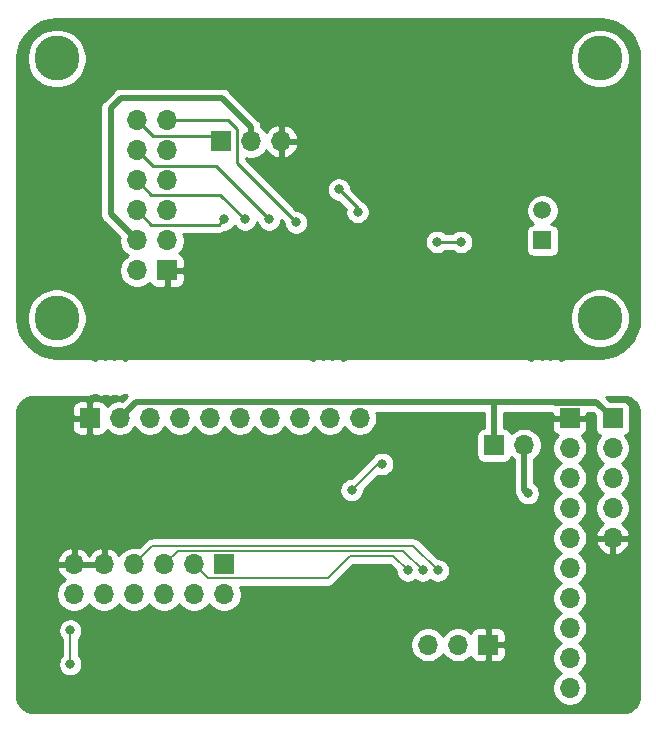
<source format=gbr>
G04 #@! TF.GenerationSoftware,KiCad,Pcbnew,(5.1.6)-1*
G04 #@! TF.CreationDate,2020-07-09T12:34:34+02:00*
G04 #@! TF.ProjectId,InteractiveGuitar,496e7465-7261-4637-9469-766547756974,rev?*
G04 #@! TF.SameCoordinates,Original*
G04 #@! TF.FileFunction,Copper,L2,Bot*
G04 #@! TF.FilePolarity,Positive*
%FSLAX46Y46*%
G04 Gerber Fmt 4.6, Leading zero omitted, Abs format (unit mm)*
G04 Created by KiCad (PCBNEW (5.1.6)-1) date 2020-07-09 12:34:34*
%MOMM*%
%LPD*%
G01*
G04 APERTURE LIST*
G04 #@! TA.AperFunction,ComponentPad*
%ADD10O,1.700000X1.700000*%
G04 #@! TD*
G04 #@! TA.AperFunction,ComponentPad*
%ADD11R,1.700000X1.700000*%
G04 #@! TD*
G04 #@! TA.AperFunction,ComponentPad*
%ADD12C,1.500000*%
G04 #@! TD*
G04 #@! TA.AperFunction,ComponentPad*
%ADD13R,1.500000X1.500000*%
G04 #@! TD*
G04 #@! TA.AperFunction,ComponentPad*
%ADD14C,3.800000*%
G04 #@! TD*
G04 #@! TA.AperFunction,ViaPad*
%ADD15C,0.800000*%
G04 #@! TD*
G04 #@! TA.AperFunction,Conductor*
%ADD16C,0.250000*%
G04 #@! TD*
G04 #@! TA.AperFunction,Conductor*
%ADD17C,0.500000*%
G04 #@! TD*
G04 #@! TA.AperFunction,Conductor*
%ADD18C,0.200000*%
G04 #@! TD*
G04 #@! TA.AperFunction,Conductor*
%ADD19C,0.254000*%
G04 #@! TD*
G04 APERTURE END LIST*
D10*
X163576000Y-106743500D03*
D11*
X161036000Y-106743500D03*
D10*
X125476000Y-119380000D03*
X125476000Y-116840000D03*
X128016000Y-119380000D03*
X128016000Y-116840000D03*
X130556000Y-119380000D03*
X130556000Y-116840000D03*
X133096000Y-119380000D03*
X133096000Y-116840000D03*
X135636000Y-119380000D03*
X135636000Y-116840000D03*
X138176000Y-119380000D03*
D11*
X138176000Y-116840000D03*
D10*
X155448000Y-123634500D03*
X157988000Y-123634500D03*
D11*
X160528000Y-123634500D03*
D10*
X143002000Y-81026000D03*
X140462000Y-81026000D03*
D11*
X137922000Y-81026000D03*
D10*
X130810000Y-79248000D03*
X133350000Y-79248000D03*
X130810000Y-81788000D03*
X133350000Y-81788000D03*
X130810000Y-84328000D03*
X133350000Y-84328000D03*
X130810000Y-86868000D03*
X133350000Y-86868000D03*
X130810000Y-89408000D03*
X133350000Y-89408000D03*
X130810000Y-91948000D03*
D11*
X133350000Y-91948000D03*
D10*
X171069000Y-114617500D03*
X171069000Y-112077500D03*
X171069000Y-109537500D03*
X171069000Y-106997500D03*
D11*
X171069000Y-104457500D03*
D12*
X165132000Y-86868000D03*
D13*
X165132000Y-89408000D03*
D10*
X149669500Y-104442500D03*
X147129500Y-104442500D03*
X144589500Y-104442500D03*
X142049500Y-104442500D03*
X139509500Y-104442500D03*
X136969500Y-104442500D03*
X134429500Y-104442500D03*
X131889500Y-104442500D03*
X129349500Y-104442500D03*
D11*
X126809500Y-104442500D03*
D10*
X167449500Y-127302500D03*
X167449500Y-124762500D03*
X167449500Y-122222500D03*
X167449500Y-119682500D03*
X167449500Y-117142500D03*
X167449500Y-114602500D03*
X167449500Y-112062500D03*
X167449500Y-109522500D03*
X167449500Y-106982500D03*
D11*
X167449500Y-104442500D03*
D14*
X170000000Y-74000000D03*
X170000000Y-96000000D03*
X124000000Y-96000000D03*
X124000000Y-74000000D03*
D15*
X150876000Y-83566000D03*
X159512000Y-76708000D03*
X137852000Y-90748000D03*
X138176000Y-94234000D03*
X132842000Y-72898000D03*
X163830000Y-115760500D03*
X138176000Y-87630000D03*
X139954000Y-87630000D03*
X141986000Y-87630000D03*
X158242000Y-89535000D03*
X156210000Y-89535000D03*
X144272000Y-87884000D03*
X149479000Y-86995000D03*
X147891500Y-85090000D03*
X156273500Y-117348000D03*
X155003500Y-117348000D03*
X153733500Y-117348000D03*
X125158500Y-122428000D03*
X125158500Y-125285500D03*
X148971000Y-110553500D03*
X151574500Y-108331000D03*
X163890500Y-110810500D03*
D16*
X132035001Y-88093001D02*
X130810000Y-86868000D01*
X137712999Y-88093001D02*
X132035001Y-88093001D01*
X138176000Y-87630000D02*
X137712999Y-88093001D01*
X132035001Y-85553001D02*
X130810000Y-84328000D01*
X137877001Y-85553001D02*
X132035001Y-85553001D01*
X139954000Y-87630000D02*
X137877001Y-85553001D01*
X132124999Y-83102999D02*
X130810000Y-81788000D01*
X137458999Y-83102999D02*
X132124999Y-83102999D01*
X141986000Y-87630000D02*
X137458999Y-83102999D01*
X156210000Y-89535000D02*
X158242000Y-89535000D01*
X144272000Y-87884000D02*
X144272000Y-87884000D01*
X139236999Y-82848999D02*
X144272000Y-87884000D01*
X139236999Y-79965997D02*
X139236999Y-82848999D01*
X138519002Y-79248000D02*
X139236999Y-79965997D01*
X133350000Y-79248000D02*
X138519002Y-79248000D01*
X149479000Y-86677500D02*
X149479000Y-86995000D01*
X147891500Y-85090000D02*
X149479000Y-86677500D01*
X137369001Y-80473001D02*
X137922000Y-81026000D01*
X137458999Y-80562999D02*
X137922000Y-81026000D01*
X132124999Y-80562999D02*
X137458999Y-80562999D01*
X130810000Y-79248000D02*
X132124999Y-80562999D01*
D17*
X140462000Y-79823919D02*
X137981081Y-77343000D01*
X140462000Y-81026000D02*
X140462000Y-79823919D01*
X137981081Y-77343000D02*
X129476500Y-77343000D01*
X129476500Y-77343000D02*
X128587500Y-78232000D01*
X128587500Y-87185500D02*
X130810000Y-89408000D01*
X128587500Y-78232000D02*
X128587500Y-87185500D01*
X169703999Y-103092499D02*
X171069000Y-104457500D01*
X129349500Y-104442500D02*
X130699501Y-103092499D01*
X169753999Y-103142499D02*
X171069000Y-104457500D01*
X166239499Y-103142499D02*
X169753999Y-103142499D01*
X161036000Y-103251000D02*
X161194501Y-103092499D01*
X161036000Y-106553000D02*
X161036000Y-103251000D01*
X161194501Y-103092499D02*
X169703999Y-103092499D01*
X130699501Y-103092499D02*
X161194501Y-103092499D01*
D18*
X154215489Y-115289989D02*
X156273500Y-117348000D01*
X132106011Y-115289989D02*
X154215489Y-115289989D01*
X130556000Y-116840000D02*
X132106011Y-115289989D01*
X134246001Y-115689999D02*
X153345499Y-115689999D01*
X153345499Y-115689999D02*
X155003500Y-117348000D01*
X133096000Y-116840000D02*
X134246001Y-115689999D01*
X148833499Y-116134499D02*
X152519999Y-116134499D01*
X146977997Y-117990001D02*
X148833499Y-116134499D01*
X152519999Y-116134499D02*
X153733500Y-117348000D01*
X136786001Y-117990001D02*
X146977997Y-117990001D01*
X135636000Y-116840000D02*
X136786001Y-117990001D01*
X125158500Y-122428000D02*
X125158500Y-125285500D01*
X125158500Y-125285500D02*
X125158500Y-125285500D01*
X151193500Y-108331000D02*
X151574500Y-108331000D01*
X148971000Y-110553500D02*
X151193500Y-108331000D01*
D17*
X163576000Y-110496000D02*
X163890500Y-110810500D01*
X163576000Y-106553000D02*
X163576000Y-110496000D01*
D19*
G36*
X127342095Y-102524677D02*
G01*
X127503155Y-102591390D01*
X127674135Y-102625400D01*
X127848465Y-102625400D01*
X128019445Y-102591390D01*
X128136300Y-102542987D01*
X128253155Y-102591390D01*
X128424135Y-102625400D01*
X128598465Y-102625400D01*
X128769445Y-102591390D01*
X128886300Y-102542987D01*
X129003155Y-102591390D01*
X129174135Y-102625400D01*
X129348465Y-102625400D01*
X129519445Y-102591390D01*
X129680505Y-102524677D01*
X129755869Y-102474320D01*
X129817880Y-102507292D01*
X129873192Y-102530090D01*
X129928166Y-102553652D01*
X129936969Y-102556377D01*
X129973127Y-102567294D01*
X129568460Y-102971961D01*
X129495760Y-102957500D01*
X129203240Y-102957500D01*
X128916342Y-103014568D01*
X128646089Y-103126510D01*
X128402868Y-103289025D01*
X128271013Y-103420880D01*
X128249002Y-103348320D01*
X128190037Y-103238006D01*
X128110685Y-103141315D01*
X128013994Y-103061963D01*
X127903680Y-103002998D01*
X127783982Y-102966688D01*
X127659500Y-102954428D01*
X127095250Y-102957500D01*
X126936500Y-103116250D01*
X126936500Y-104315500D01*
X126956500Y-104315500D01*
X126956500Y-104569500D01*
X126936500Y-104569500D01*
X126936500Y-105768750D01*
X127095250Y-105927500D01*
X127659500Y-105930572D01*
X127783982Y-105918312D01*
X127903680Y-105882002D01*
X128013994Y-105823037D01*
X128110685Y-105743685D01*
X128190037Y-105646994D01*
X128249002Y-105536680D01*
X128271013Y-105464120D01*
X128402868Y-105595975D01*
X128646089Y-105758490D01*
X128916342Y-105870432D01*
X129203240Y-105927500D01*
X129495760Y-105927500D01*
X129782658Y-105870432D01*
X130052911Y-105758490D01*
X130296132Y-105595975D01*
X130502975Y-105389132D01*
X130619500Y-105214740D01*
X130736025Y-105389132D01*
X130942868Y-105595975D01*
X131186089Y-105758490D01*
X131456342Y-105870432D01*
X131743240Y-105927500D01*
X132035760Y-105927500D01*
X132322658Y-105870432D01*
X132592911Y-105758490D01*
X132836132Y-105595975D01*
X133042975Y-105389132D01*
X133159500Y-105214740D01*
X133276025Y-105389132D01*
X133482868Y-105595975D01*
X133726089Y-105758490D01*
X133996342Y-105870432D01*
X134283240Y-105927500D01*
X134575760Y-105927500D01*
X134862658Y-105870432D01*
X135132911Y-105758490D01*
X135376132Y-105595975D01*
X135582975Y-105389132D01*
X135699500Y-105214740D01*
X135816025Y-105389132D01*
X136022868Y-105595975D01*
X136266089Y-105758490D01*
X136536342Y-105870432D01*
X136823240Y-105927500D01*
X137115760Y-105927500D01*
X137402658Y-105870432D01*
X137672911Y-105758490D01*
X137916132Y-105595975D01*
X138122975Y-105389132D01*
X138239500Y-105214740D01*
X138356025Y-105389132D01*
X138562868Y-105595975D01*
X138806089Y-105758490D01*
X139076342Y-105870432D01*
X139363240Y-105927500D01*
X139655760Y-105927500D01*
X139942658Y-105870432D01*
X140212911Y-105758490D01*
X140456132Y-105595975D01*
X140662975Y-105389132D01*
X140779500Y-105214740D01*
X140896025Y-105389132D01*
X141102868Y-105595975D01*
X141346089Y-105758490D01*
X141616342Y-105870432D01*
X141903240Y-105927500D01*
X142195760Y-105927500D01*
X142482658Y-105870432D01*
X142752911Y-105758490D01*
X142996132Y-105595975D01*
X143202975Y-105389132D01*
X143319500Y-105214740D01*
X143436025Y-105389132D01*
X143642868Y-105595975D01*
X143886089Y-105758490D01*
X144156342Y-105870432D01*
X144443240Y-105927500D01*
X144735760Y-105927500D01*
X145022658Y-105870432D01*
X145292911Y-105758490D01*
X145536132Y-105595975D01*
X145742975Y-105389132D01*
X145859500Y-105214740D01*
X145976025Y-105389132D01*
X146182868Y-105595975D01*
X146426089Y-105758490D01*
X146696342Y-105870432D01*
X146983240Y-105927500D01*
X147275760Y-105927500D01*
X147562658Y-105870432D01*
X147832911Y-105758490D01*
X148076132Y-105595975D01*
X148282975Y-105389132D01*
X148399500Y-105214740D01*
X148516025Y-105389132D01*
X148722868Y-105595975D01*
X148966089Y-105758490D01*
X149236342Y-105870432D01*
X149523240Y-105927500D01*
X149815760Y-105927500D01*
X150102658Y-105870432D01*
X150372911Y-105758490D01*
X150616132Y-105595975D01*
X150822975Y-105389132D01*
X150985490Y-105145911D01*
X151097432Y-104875658D01*
X151154500Y-104588760D01*
X151154500Y-104296240D01*
X151097432Y-104009342D01*
X151084242Y-103977499D01*
X160151001Y-103977499D01*
X160151000Y-105258875D01*
X160061518Y-105267688D01*
X159941820Y-105303998D01*
X159831506Y-105362963D01*
X159734815Y-105442315D01*
X159655463Y-105539006D01*
X159596498Y-105649320D01*
X159560188Y-105769018D01*
X159547928Y-105893500D01*
X159547928Y-107593500D01*
X159560188Y-107717982D01*
X159596498Y-107837680D01*
X159655463Y-107947994D01*
X159734815Y-108044685D01*
X159831506Y-108124037D01*
X159941820Y-108183002D01*
X160061518Y-108219312D01*
X160186000Y-108231572D01*
X161886000Y-108231572D01*
X162010482Y-108219312D01*
X162130180Y-108183002D01*
X162240494Y-108124037D01*
X162337185Y-108044685D01*
X162416537Y-107947994D01*
X162475502Y-107837680D01*
X162497513Y-107765120D01*
X162629368Y-107896975D01*
X162691000Y-107938156D01*
X162691001Y-110452521D01*
X162686719Y-110496000D01*
X162703805Y-110669490D01*
X162754412Y-110836313D01*
X162836590Y-110990059D01*
X162881928Y-111045304D01*
X162895274Y-111112398D01*
X162973295Y-111300756D01*
X163086563Y-111470274D01*
X163230726Y-111614437D01*
X163400244Y-111727705D01*
X163588602Y-111805726D01*
X163788561Y-111845500D01*
X163992439Y-111845500D01*
X164192398Y-111805726D01*
X164380756Y-111727705D01*
X164550274Y-111614437D01*
X164694437Y-111470274D01*
X164807705Y-111300756D01*
X164885726Y-111112398D01*
X164925500Y-110912439D01*
X164925500Y-110708561D01*
X164885726Y-110508602D01*
X164807705Y-110320244D01*
X164694437Y-110150726D01*
X164550274Y-110006563D01*
X164461000Y-109946912D01*
X164461000Y-107938156D01*
X164522632Y-107896975D01*
X164729475Y-107690132D01*
X164891990Y-107446911D01*
X165003932Y-107176658D01*
X165061000Y-106889760D01*
X165061000Y-106597240D01*
X165003932Y-106310342D01*
X164891990Y-106040089D01*
X164729475Y-105796868D01*
X164522632Y-105590025D01*
X164279411Y-105427510D01*
X164009158Y-105315568D01*
X163893189Y-105292500D01*
X165961428Y-105292500D01*
X165973688Y-105416982D01*
X166009998Y-105536680D01*
X166068963Y-105646994D01*
X166148315Y-105743685D01*
X166245006Y-105823037D01*
X166355320Y-105882002D01*
X166427880Y-105904013D01*
X166296025Y-106035868D01*
X166133510Y-106279089D01*
X166021568Y-106549342D01*
X165964500Y-106836240D01*
X165964500Y-107128760D01*
X166021568Y-107415658D01*
X166133510Y-107685911D01*
X166296025Y-107929132D01*
X166502868Y-108135975D01*
X166677260Y-108252500D01*
X166502868Y-108369025D01*
X166296025Y-108575868D01*
X166133510Y-108819089D01*
X166021568Y-109089342D01*
X165964500Y-109376240D01*
X165964500Y-109668760D01*
X166021568Y-109955658D01*
X166133510Y-110225911D01*
X166296025Y-110469132D01*
X166502868Y-110675975D01*
X166677260Y-110792500D01*
X166502868Y-110909025D01*
X166296025Y-111115868D01*
X166133510Y-111359089D01*
X166021568Y-111629342D01*
X165964500Y-111916240D01*
X165964500Y-112208760D01*
X166021568Y-112495658D01*
X166133510Y-112765911D01*
X166296025Y-113009132D01*
X166502868Y-113215975D01*
X166677260Y-113332500D01*
X166502868Y-113449025D01*
X166296025Y-113655868D01*
X166133510Y-113899089D01*
X166021568Y-114169342D01*
X165964500Y-114456240D01*
X165964500Y-114748760D01*
X166021568Y-115035658D01*
X166133510Y-115305911D01*
X166296025Y-115549132D01*
X166502868Y-115755975D01*
X166677260Y-115872500D01*
X166502868Y-115989025D01*
X166296025Y-116195868D01*
X166133510Y-116439089D01*
X166021568Y-116709342D01*
X165964500Y-116996240D01*
X165964500Y-117288760D01*
X166021568Y-117575658D01*
X166133510Y-117845911D01*
X166296025Y-118089132D01*
X166502868Y-118295975D01*
X166677260Y-118412500D01*
X166502868Y-118529025D01*
X166296025Y-118735868D01*
X166133510Y-118979089D01*
X166021568Y-119249342D01*
X165964500Y-119536240D01*
X165964500Y-119828760D01*
X166021568Y-120115658D01*
X166133510Y-120385911D01*
X166296025Y-120629132D01*
X166502868Y-120835975D01*
X166677260Y-120952500D01*
X166502868Y-121069025D01*
X166296025Y-121275868D01*
X166133510Y-121519089D01*
X166021568Y-121789342D01*
X165964500Y-122076240D01*
X165964500Y-122368760D01*
X166021568Y-122655658D01*
X166133510Y-122925911D01*
X166296025Y-123169132D01*
X166502868Y-123375975D01*
X166677260Y-123492500D01*
X166502868Y-123609025D01*
X166296025Y-123815868D01*
X166133510Y-124059089D01*
X166021568Y-124329342D01*
X165964500Y-124616240D01*
X165964500Y-124908760D01*
X166021568Y-125195658D01*
X166133510Y-125465911D01*
X166296025Y-125709132D01*
X166502868Y-125915975D01*
X166677260Y-126032500D01*
X166502868Y-126149025D01*
X166296025Y-126355868D01*
X166133510Y-126599089D01*
X166021568Y-126869342D01*
X165964500Y-127156240D01*
X165964500Y-127448760D01*
X166021568Y-127735658D01*
X166133510Y-128005911D01*
X166296025Y-128249132D01*
X166502868Y-128455975D01*
X166746089Y-128618490D01*
X167016342Y-128730432D01*
X167303240Y-128787500D01*
X167595760Y-128787500D01*
X167882658Y-128730432D01*
X168152911Y-128618490D01*
X168396132Y-128455975D01*
X168602975Y-128249132D01*
X168765490Y-128005911D01*
X168877432Y-127735658D01*
X168934500Y-127448760D01*
X168934500Y-127156240D01*
X168877432Y-126869342D01*
X168765490Y-126599089D01*
X168602975Y-126355868D01*
X168396132Y-126149025D01*
X168221740Y-126032500D01*
X168396132Y-125915975D01*
X168602975Y-125709132D01*
X168765490Y-125465911D01*
X168877432Y-125195658D01*
X168934500Y-124908760D01*
X168934500Y-124616240D01*
X168877432Y-124329342D01*
X168765490Y-124059089D01*
X168602975Y-123815868D01*
X168396132Y-123609025D01*
X168221740Y-123492500D01*
X168396132Y-123375975D01*
X168602975Y-123169132D01*
X168765490Y-122925911D01*
X168877432Y-122655658D01*
X168934500Y-122368760D01*
X168934500Y-122076240D01*
X168877432Y-121789342D01*
X168765490Y-121519089D01*
X168602975Y-121275868D01*
X168396132Y-121069025D01*
X168221740Y-120952500D01*
X168396132Y-120835975D01*
X168602975Y-120629132D01*
X168765490Y-120385911D01*
X168877432Y-120115658D01*
X168934500Y-119828760D01*
X168934500Y-119536240D01*
X168877432Y-119249342D01*
X168765490Y-118979089D01*
X168602975Y-118735868D01*
X168396132Y-118529025D01*
X168221740Y-118412500D01*
X168396132Y-118295975D01*
X168602975Y-118089132D01*
X168765490Y-117845911D01*
X168877432Y-117575658D01*
X168934500Y-117288760D01*
X168934500Y-116996240D01*
X168877432Y-116709342D01*
X168765490Y-116439089D01*
X168602975Y-116195868D01*
X168396132Y-115989025D01*
X168221740Y-115872500D01*
X168396132Y-115755975D01*
X168602975Y-115549132D01*
X168765490Y-115305911D01*
X168877432Y-115035658D01*
X168889619Y-114974390D01*
X169627524Y-114974390D01*
X169672175Y-115121599D01*
X169797359Y-115384420D01*
X169971412Y-115617769D01*
X170187645Y-115812678D01*
X170437748Y-115961657D01*
X170712109Y-116058981D01*
X170942000Y-115938314D01*
X170942000Y-114744500D01*
X171196000Y-114744500D01*
X171196000Y-115938314D01*
X171425891Y-116058981D01*
X171700252Y-115961657D01*
X171950355Y-115812678D01*
X172166588Y-115617769D01*
X172340641Y-115384420D01*
X172465825Y-115121599D01*
X172510476Y-114974390D01*
X172389155Y-114744500D01*
X171196000Y-114744500D01*
X170942000Y-114744500D01*
X169748845Y-114744500D01*
X169627524Y-114974390D01*
X168889619Y-114974390D01*
X168934500Y-114748760D01*
X168934500Y-114456240D01*
X168877432Y-114169342D01*
X168765490Y-113899089D01*
X168602975Y-113655868D01*
X168396132Y-113449025D01*
X168221740Y-113332500D01*
X168396132Y-113215975D01*
X168602975Y-113009132D01*
X168765490Y-112765911D01*
X168877432Y-112495658D01*
X168934500Y-112208760D01*
X168934500Y-111916240D01*
X168877432Y-111629342D01*
X168765490Y-111359089D01*
X168602975Y-111115868D01*
X168396132Y-110909025D01*
X168221740Y-110792500D01*
X168396132Y-110675975D01*
X168602975Y-110469132D01*
X168765490Y-110225911D01*
X168877432Y-109955658D01*
X168934500Y-109668760D01*
X168934500Y-109376240D01*
X168877432Y-109089342D01*
X168765490Y-108819089D01*
X168602975Y-108575868D01*
X168396132Y-108369025D01*
X168221740Y-108252500D01*
X168396132Y-108135975D01*
X168602975Y-107929132D01*
X168765490Y-107685911D01*
X168877432Y-107415658D01*
X168934500Y-107128760D01*
X168934500Y-106836240D01*
X168877432Y-106549342D01*
X168765490Y-106279089D01*
X168602975Y-106035868D01*
X168471120Y-105904013D01*
X168543680Y-105882002D01*
X168653994Y-105823037D01*
X168750685Y-105743685D01*
X168830037Y-105646994D01*
X168889002Y-105536680D01*
X168925312Y-105416982D01*
X168937572Y-105292500D01*
X168934500Y-104728250D01*
X168775750Y-104569500D01*
X167576500Y-104569500D01*
X167576500Y-104589500D01*
X167322500Y-104589500D01*
X167322500Y-104569500D01*
X166123250Y-104569500D01*
X165964500Y-104728250D01*
X165961428Y-105292500D01*
X163893189Y-105292500D01*
X163722260Y-105258500D01*
X163429740Y-105258500D01*
X163142842Y-105315568D01*
X162872589Y-105427510D01*
X162629368Y-105590025D01*
X162497513Y-105721880D01*
X162475502Y-105649320D01*
X162416537Y-105539006D01*
X162337185Y-105442315D01*
X162240494Y-105362963D01*
X162130180Y-105303998D01*
X162010482Y-105267688D01*
X161921000Y-105258875D01*
X161921000Y-103977499D01*
X165943395Y-103977499D01*
X165963557Y-103983615D01*
X165964500Y-104156750D01*
X166123250Y-104315500D01*
X167322500Y-104315500D01*
X167322500Y-104295500D01*
X167576500Y-104295500D01*
X167576500Y-104315500D01*
X168775750Y-104315500D01*
X168934500Y-104156750D01*
X168935204Y-104027499D01*
X169387421Y-104027499D01*
X169580928Y-104221006D01*
X169580928Y-105307500D01*
X169593188Y-105431982D01*
X169629498Y-105551680D01*
X169688463Y-105661994D01*
X169767815Y-105758685D01*
X169864506Y-105838037D01*
X169974820Y-105897002D01*
X170047380Y-105919013D01*
X169915525Y-106050868D01*
X169753010Y-106294089D01*
X169641068Y-106564342D01*
X169584000Y-106851240D01*
X169584000Y-107143760D01*
X169641068Y-107430658D01*
X169753010Y-107700911D01*
X169915525Y-107944132D01*
X170122368Y-108150975D01*
X170296760Y-108267500D01*
X170122368Y-108384025D01*
X169915525Y-108590868D01*
X169753010Y-108834089D01*
X169641068Y-109104342D01*
X169584000Y-109391240D01*
X169584000Y-109683760D01*
X169641068Y-109970658D01*
X169753010Y-110240911D01*
X169915525Y-110484132D01*
X170122368Y-110690975D01*
X170296760Y-110807500D01*
X170122368Y-110924025D01*
X169915525Y-111130868D01*
X169753010Y-111374089D01*
X169641068Y-111644342D01*
X169584000Y-111931240D01*
X169584000Y-112223760D01*
X169641068Y-112510658D01*
X169753010Y-112780911D01*
X169915525Y-113024132D01*
X170122368Y-113230975D01*
X170304534Y-113352695D01*
X170187645Y-113422322D01*
X169971412Y-113617231D01*
X169797359Y-113850580D01*
X169672175Y-114113401D01*
X169627524Y-114260610D01*
X169748845Y-114490500D01*
X170942000Y-114490500D01*
X170942000Y-114470500D01*
X171196000Y-114470500D01*
X171196000Y-114490500D01*
X172389155Y-114490500D01*
X172510476Y-114260610D01*
X172465825Y-114113401D01*
X172340641Y-113850580D01*
X172166588Y-113617231D01*
X171950355Y-113422322D01*
X171833466Y-113352695D01*
X172015632Y-113230975D01*
X172222475Y-113024132D01*
X172384990Y-112780911D01*
X172496932Y-112510658D01*
X172554000Y-112223760D01*
X172554000Y-111931240D01*
X172496932Y-111644342D01*
X172384990Y-111374089D01*
X172222475Y-111130868D01*
X172015632Y-110924025D01*
X171841240Y-110807500D01*
X172015632Y-110690975D01*
X172222475Y-110484132D01*
X172384990Y-110240911D01*
X172496932Y-109970658D01*
X172554000Y-109683760D01*
X172554000Y-109391240D01*
X172496932Y-109104342D01*
X172384990Y-108834089D01*
X172222475Y-108590868D01*
X172015632Y-108384025D01*
X171841240Y-108267500D01*
X172015632Y-108150975D01*
X172222475Y-107944132D01*
X172384990Y-107700911D01*
X172496932Y-107430658D01*
X172554000Y-107143760D01*
X172554000Y-106851240D01*
X172496932Y-106564342D01*
X172384990Y-106294089D01*
X172222475Y-106050868D01*
X172090620Y-105919013D01*
X172163180Y-105897002D01*
X172273494Y-105838037D01*
X172370185Y-105758685D01*
X172449537Y-105661994D01*
X172508502Y-105551680D01*
X172544812Y-105431982D01*
X172557072Y-105307500D01*
X172557072Y-103607500D01*
X172544812Y-103483018D01*
X172508502Y-103363320D01*
X172449537Y-103253006D01*
X172370185Y-103156315D01*
X172273494Y-103076963D01*
X172163180Y-103017998D01*
X172043482Y-102981688D01*
X171919000Y-102969428D01*
X170832506Y-102969428D01*
X170523078Y-102660000D01*
X171967721Y-102660000D01*
X172259659Y-102688625D01*
X172509429Y-102764035D01*
X172739792Y-102886522D01*
X172941980Y-103051422D01*
X173108286Y-103252450D01*
X173232378Y-103481954D01*
X173309531Y-103731195D01*
X173340000Y-104021089D01*
X173340001Y-127967711D01*
X173311375Y-128259660D01*
X173235965Y-128509429D01*
X173113477Y-128739794D01*
X172948579Y-128941979D01*
X172747546Y-129108288D01*
X172518046Y-129232378D01*
X172268805Y-129309531D01*
X171978911Y-129340000D01*
X122032279Y-129340000D01*
X121740340Y-129311375D01*
X121490571Y-129235965D01*
X121260206Y-129113477D01*
X121058021Y-128948579D01*
X120891712Y-128747546D01*
X120767622Y-128518046D01*
X120690469Y-128268805D01*
X120660000Y-127978911D01*
X120660000Y-122326061D01*
X124123500Y-122326061D01*
X124123500Y-122529939D01*
X124163274Y-122729898D01*
X124241295Y-122918256D01*
X124354563Y-123087774D01*
X124423500Y-123156711D01*
X124423501Y-124556788D01*
X124354563Y-124625726D01*
X124241295Y-124795244D01*
X124163274Y-124983602D01*
X124123500Y-125183561D01*
X124123500Y-125387439D01*
X124163274Y-125587398D01*
X124241295Y-125775756D01*
X124354563Y-125945274D01*
X124498726Y-126089437D01*
X124668244Y-126202705D01*
X124856602Y-126280726D01*
X125056561Y-126320500D01*
X125260439Y-126320500D01*
X125460398Y-126280726D01*
X125648756Y-126202705D01*
X125818274Y-126089437D01*
X125962437Y-125945274D01*
X126075705Y-125775756D01*
X126153726Y-125587398D01*
X126193500Y-125387439D01*
X126193500Y-125183561D01*
X126153726Y-124983602D01*
X126075705Y-124795244D01*
X125962437Y-124625726D01*
X125893500Y-124556789D01*
X125893500Y-123488240D01*
X153963000Y-123488240D01*
X153963000Y-123780760D01*
X154020068Y-124067658D01*
X154132010Y-124337911D01*
X154294525Y-124581132D01*
X154501368Y-124787975D01*
X154744589Y-124950490D01*
X155014842Y-125062432D01*
X155301740Y-125119500D01*
X155594260Y-125119500D01*
X155881158Y-125062432D01*
X156151411Y-124950490D01*
X156394632Y-124787975D01*
X156601475Y-124581132D01*
X156718000Y-124406740D01*
X156834525Y-124581132D01*
X157041368Y-124787975D01*
X157284589Y-124950490D01*
X157554842Y-125062432D01*
X157841740Y-125119500D01*
X158134260Y-125119500D01*
X158421158Y-125062432D01*
X158691411Y-124950490D01*
X158934632Y-124787975D01*
X159066487Y-124656120D01*
X159088498Y-124728680D01*
X159147463Y-124838994D01*
X159226815Y-124935685D01*
X159323506Y-125015037D01*
X159433820Y-125074002D01*
X159553518Y-125110312D01*
X159678000Y-125122572D01*
X160242250Y-125119500D01*
X160401000Y-124960750D01*
X160401000Y-123761500D01*
X160655000Y-123761500D01*
X160655000Y-124960750D01*
X160813750Y-125119500D01*
X161378000Y-125122572D01*
X161502482Y-125110312D01*
X161622180Y-125074002D01*
X161732494Y-125015037D01*
X161829185Y-124935685D01*
X161908537Y-124838994D01*
X161967502Y-124728680D01*
X162003812Y-124608982D01*
X162016072Y-124484500D01*
X162013000Y-123920250D01*
X161854250Y-123761500D01*
X160655000Y-123761500D01*
X160401000Y-123761500D01*
X160381000Y-123761500D01*
X160381000Y-123507500D01*
X160401000Y-123507500D01*
X160401000Y-122308250D01*
X160655000Y-122308250D01*
X160655000Y-123507500D01*
X161854250Y-123507500D01*
X162013000Y-123348750D01*
X162016072Y-122784500D01*
X162003812Y-122660018D01*
X161967502Y-122540320D01*
X161908537Y-122430006D01*
X161829185Y-122333315D01*
X161732494Y-122253963D01*
X161622180Y-122194998D01*
X161502482Y-122158688D01*
X161378000Y-122146428D01*
X160813750Y-122149500D01*
X160655000Y-122308250D01*
X160401000Y-122308250D01*
X160242250Y-122149500D01*
X159678000Y-122146428D01*
X159553518Y-122158688D01*
X159433820Y-122194998D01*
X159323506Y-122253963D01*
X159226815Y-122333315D01*
X159147463Y-122430006D01*
X159088498Y-122540320D01*
X159066487Y-122612880D01*
X158934632Y-122481025D01*
X158691411Y-122318510D01*
X158421158Y-122206568D01*
X158134260Y-122149500D01*
X157841740Y-122149500D01*
X157554842Y-122206568D01*
X157284589Y-122318510D01*
X157041368Y-122481025D01*
X156834525Y-122687868D01*
X156718000Y-122862260D01*
X156601475Y-122687868D01*
X156394632Y-122481025D01*
X156151411Y-122318510D01*
X155881158Y-122206568D01*
X155594260Y-122149500D01*
X155301740Y-122149500D01*
X155014842Y-122206568D01*
X154744589Y-122318510D01*
X154501368Y-122481025D01*
X154294525Y-122687868D01*
X154132010Y-122931089D01*
X154020068Y-123201342D01*
X153963000Y-123488240D01*
X125893500Y-123488240D01*
X125893500Y-123156711D01*
X125962437Y-123087774D01*
X126075705Y-122918256D01*
X126153726Y-122729898D01*
X126193500Y-122529939D01*
X126193500Y-122326061D01*
X126153726Y-122126102D01*
X126075705Y-121937744D01*
X125962437Y-121768226D01*
X125818274Y-121624063D01*
X125648756Y-121510795D01*
X125460398Y-121432774D01*
X125260439Y-121393000D01*
X125056561Y-121393000D01*
X124856602Y-121432774D01*
X124668244Y-121510795D01*
X124498726Y-121624063D01*
X124354563Y-121768226D01*
X124241295Y-121937744D01*
X124163274Y-122126102D01*
X124123500Y-122326061D01*
X120660000Y-122326061D01*
X120660000Y-119233740D01*
X123991000Y-119233740D01*
X123991000Y-119526260D01*
X124048068Y-119813158D01*
X124160010Y-120083411D01*
X124322525Y-120326632D01*
X124529368Y-120533475D01*
X124772589Y-120695990D01*
X125042842Y-120807932D01*
X125329740Y-120865000D01*
X125622260Y-120865000D01*
X125909158Y-120807932D01*
X126179411Y-120695990D01*
X126422632Y-120533475D01*
X126629475Y-120326632D01*
X126746000Y-120152240D01*
X126862525Y-120326632D01*
X127069368Y-120533475D01*
X127312589Y-120695990D01*
X127582842Y-120807932D01*
X127869740Y-120865000D01*
X128162260Y-120865000D01*
X128449158Y-120807932D01*
X128719411Y-120695990D01*
X128962632Y-120533475D01*
X129169475Y-120326632D01*
X129286000Y-120152240D01*
X129402525Y-120326632D01*
X129609368Y-120533475D01*
X129852589Y-120695990D01*
X130122842Y-120807932D01*
X130409740Y-120865000D01*
X130702260Y-120865000D01*
X130989158Y-120807932D01*
X131259411Y-120695990D01*
X131502632Y-120533475D01*
X131709475Y-120326632D01*
X131826000Y-120152240D01*
X131942525Y-120326632D01*
X132149368Y-120533475D01*
X132392589Y-120695990D01*
X132662842Y-120807932D01*
X132949740Y-120865000D01*
X133242260Y-120865000D01*
X133529158Y-120807932D01*
X133799411Y-120695990D01*
X134042632Y-120533475D01*
X134249475Y-120326632D01*
X134366000Y-120152240D01*
X134482525Y-120326632D01*
X134689368Y-120533475D01*
X134932589Y-120695990D01*
X135202842Y-120807932D01*
X135489740Y-120865000D01*
X135782260Y-120865000D01*
X136069158Y-120807932D01*
X136339411Y-120695990D01*
X136582632Y-120533475D01*
X136789475Y-120326632D01*
X136906000Y-120152240D01*
X137022525Y-120326632D01*
X137229368Y-120533475D01*
X137472589Y-120695990D01*
X137742842Y-120807932D01*
X138029740Y-120865000D01*
X138322260Y-120865000D01*
X138609158Y-120807932D01*
X138879411Y-120695990D01*
X139122632Y-120533475D01*
X139329475Y-120326632D01*
X139491990Y-120083411D01*
X139603932Y-119813158D01*
X139661000Y-119526260D01*
X139661000Y-119233740D01*
X139603932Y-118946842D01*
X139512043Y-118725001D01*
X146941892Y-118725001D01*
X146977997Y-118728557D01*
X147014102Y-118725001D01*
X147122082Y-118714366D01*
X147260630Y-118672338D01*
X147388317Y-118604088D01*
X147500235Y-118512239D01*
X147523255Y-118484189D01*
X149137946Y-116869499D01*
X152215553Y-116869499D01*
X152698500Y-117352447D01*
X152698500Y-117449939D01*
X152738274Y-117649898D01*
X152816295Y-117838256D01*
X152929563Y-118007774D01*
X153073726Y-118151937D01*
X153243244Y-118265205D01*
X153431602Y-118343226D01*
X153631561Y-118383000D01*
X153835439Y-118383000D01*
X154035398Y-118343226D01*
X154223756Y-118265205D01*
X154368500Y-118168490D01*
X154513244Y-118265205D01*
X154701602Y-118343226D01*
X154901561Y-118383000D01*
X155105439Y-118383000D01*
X155305398Y-118343226D01*
X155493756Y-118265205D01*
X155638500Y-118168490D01*
X155783244Y-118265205D01*
X155971602Y-118343226D01*
X156171561Y-118383000D01*
X156375439Y-118383000D01*
X156575398Y-118343226D01*
X156763756Y-118265205D01*
X156933274Y-118151937D01*
X157077437Y-118007774D01*
X157190705Y-117838256D01*
X157268726Y-117649898D01*
X157308500Y-117449939D01*
X157308500Y-117246061D01*
X157268726Y-117046102D01*
X157190705Y-116857744D01*
X157077437Y-116688226D01*
X156933274Y-116544063D01*
X156763756Y-116430795D01*
X156575398Y-116352774D01*
X156375439Y-116313000D01*
X156277947Y-116313000D01*
X154760747Y-114795801D01*
X154737727Y-114767751D01*
X154625809Y-114675902D01*
X154498122Y-114607652D01*
X154359574Y-114565624D01*
X154251594Y-114554989D01*
X154215489Y-114551433D01*
X154179384Y-114554989D01*
X132142116Y-114554989D01*
X132106011Y-114551433D01*
X131961926Y-114565624D01*
X131823377Y-114607652D01*
X131695691Y-114675902D01*
X131583773Y-114767751D01*
X131560757Y-114795796D01*
X130951897Y-115404656D01*
X130702260Y-115355000D01*
X130409740Y-115355000D01*
X130122842Y-115412068D01*
X129852589Y-115524010D01*
X129609368Y-115686525D01*
X129402525Y-115893368D01*
X129280805Y-116075534D01*
X129211178Y-115958645D01*
X129016269Y-115742412D01*
X128782920Y-115568359D01*
X128520099Y-115443175D01*
X128372890Y-115398524D01*
X128143000Y-115519845D01*
X128143000Y-116713000D01*
X128163000Y-116713000D01*
X128163000Y-116967000D01*
X128143000Y-116967000D01*
X128143000Y-116987000D01*
X127889000Y-116987000D01*
X127889000Y-116967000D01*
X125603000Y-116967000D01*
X125603000Y-116987000D01*
X125349000Y-116987000D01*
X125349000Y-116967000D01*
X124155186Y-116967000D01*
X124034519Y-117196891D01*
X124131843Y-117471252D01*
X124280822Y-117721355D01*
X124475731Y-117937588D01*
X124705406Y-118108900D01*
X124529368Y-118226525D01*
X124322525Y-118433368D01*
X124160010Y-118676589D01*
X124048068Y-118946842D01*
X123991000Y-119233740D01*
X120660000Y-119233740D01*
X120660000Y-116483109D01*
X124034519Y-116483109D01*
X124155186Y-116713000D01*
X125349000Y-116713000D01*
X125349000Y-115519845D01*
X125603000Y-115519845D01*
X125603000Y-116713000D01*
X127889000Y-116713000D01*
X127889000Y-115519845D01*
X127659110Y-115398524D01*
X127511901Y-115443175D01*
X127249080Y-115568359D01*
X127015731Y-115742412D01*
X126820822Y-115958645D01*
X126746000Y-116084255D01*
X126671178Y-115958645D01*
X126476269Y-115742412D01*
X126242920Y-115568359D01*
X125980099Y-115443175D01*
X125832890Y-115398524D01*
X125603000Y-115519845D01*
X125349000Y-115519845D01*
X125119110Y-115398524D01*
X124971901Y-115443175D01*
X124709080Y-115568359D01*
X124475731Y-115742412D01*
X124280822Y-115958645D01*
X124131843Y-116208748D01*
X124034519Y-116483109D01*
X120660000Y-116483109D01*
X120660000Y-110451561D01*
X147936000Y-110451561D01*
X147936000Y-110655439D01*
X147975774Y-110855398D01*
X148053795Y-111043756D01*
X148167063Y-111213274D01*
X148311226Y-111357437D01*
X148480744Y-111470705D01*
X148669102Y-111548726D01*
X148869061Y-111588500D01*
X149072939Y-111588500D01*
X149272898Y-111548726D01*
X149461256Y-111470705D01*
X149630774Y-111357437D01*
X149774937Y-111213274D01*
X149888205Y-111043756D01*
X149966226Y-110855398D01*
X150006000Y-110655439D01*
X150006000Y-110557946D01*
X151247937Y-109316009D01*
X151272602Y-109326226D01*
X151472561Y-109366000D01*
X151676439Y-109366000D01*
X151876398Y-109326226D01*
X152064756Y-109248205D01*
X152234274Y-109134937D01*
X152378437Y-108990774D01*
X152491705Y-108821256D01*
X152569726Y-108632898D01*
X152609500Y-108432939D01*
X152609500Y-108229061D01*
X152569726Y-108029102D01*
X152491705Y-107840744D01*
X152378437Y-107671226D01*
X152234274Y-107527063D01*
X152064756Y-107413795D01*
X151876398Y-107335774D01*
X151676439Y-107296000D01*
X151472561Y-107296000D01*
X151272602Y-107335774D01*
X151084244Y-107413795D01*
X150914726Y-107527063D01*
X150770563Y-107671226D01*
X150687653Y-107795311D01*
X150671262Y-107808762D01*
X150648246Y-107836807D01*
X148966554Y-109518500D01*
X148869061Y-109518500D01*
X148669102Y-109558274D01*
X148480744Y-109636295D01*
X148311226Y-109749563D01*
X148167063Y-109893726D01*
X148053795Y-110063244D01*
X147975774Y-110251602D01*
X147936000Y-110451561D01*
X120660000Y-110451561D01*
X120660000Y-105292500D01*
X125321428Y-105292500D01*
X125333688Y-105416982D01*
X125369998Y-105536680D01*
X125428963Y-105646994D01*
X125508315Y-105743685D01*
X125605006Y-105823037D01*
X125715320Y-105882002D01*
X125835018Y-105918312D01*
X125959500Y-105930572D01*
X126523750Y-105927500D01*
X126682500Y-105768750D01*
X126682500Y-104569500D01*
X125483250Y-104569500D01*
X125324500Y-104728250D01*
X125321428Y-105292500D01*
X120660000Y-105292500D01*
X120660000Y-104032279D01*
X120688625Y-103740341D01*
X120733260Y-103592500D01*
X125321428Y-103592500D01*
X125324500Y-104156750D01*
X125483250Y-104315500D01*
X126682500Y-104315500D01*
X126682500Y-103116250D01*
X126523750Y-102957500D01*
X125959500Y-102954428D01*
X125835018Y-102966688D01*
X125715320Y-103002998D01*
X125605006Y-103061963D01*
X125508315Y-103141315D01*
X125428963Y-103238006D01*
X125369998Y-103348320D01*
X125333688Y-103468018D01*
X125321428Y-103592500D01*
X120733260Y-103592500D01*
X120764035Y-103490571D01*
X120886522Y-103260208D01*
X121051422Y-103058020D01*
X121252450Y-102891714D01*
X121481954Y-102767622D01*
X121731195Y-102690469D01*
X122021088Y-102660000D01*
X126541219Y-102660000D01*
X126574187Y-102656753D01*
X126587167Y-102656753D01*
X126596332Y-102655790D01*
X126790281Y-102634035D01*
X126848766Y-102621603D01*
X126907476Y-102609978D01*
X126916279Y-102607253D01*
X127102309Y-102548240D01*
X127157319Y-102524662D01*
X127212594Y-102501880D01*
X127220700Y-102497497D01*
X127264983Y-102473152D01*
X127342095Y-102524677D01*
G37*
X127342095Y-102524677D02*
X127503155Y-102591390D01*
X127674135Y-102625400D01*
X127848465Y-102625400D01*
X128019445Y-102591390D01*
X128136300Y-102542987D01*
X128253155Y-102591390D01*
X128424135Y-102625400D01*
X128598465Y-102625400D01*
X128769445Y-102591390D01*
X128886300Y-102542987D01*
X129003155Y-102591390D01*
X129174135Y-102625400D01*
X129348465Y-102625400D01*
X129519445Y-102591390D01*
X129680505Y-102524677D01*
X129755869Y-102474320D01*
X129817880Y-102507292D01*
X129873192Y-102530090D01*
X129928166Y-102553652D01*
X129936969Y-102556377D01*
X129973127Y-102567294D01*
X129568460Y-102971961D01*
X129495760Y-102957500D01*
X129203240Y-102957500D01*
X128916342Y-103014568D01*
X128646089Y-103126510D01*
X128402868Y-103289025D01*
X128271013Y-103420880D01*
X128249002Y-103348320D01*
X128190037Y-103238006D01*
X128110685Y-103141315D01*
X128013994Y-103061963D01*
X127903680Y-103002998D01*
X127783982Y-102966688D01*
X127659500Y-102954428D01*
X127095250Y-102957500D01*
X126936500Y-103116250D01*
X126936500Y-104315500D01*
X126956500Y-104315500D01*
X126956500Y-104569500D01*
X126936500Y-104569500D01*
X126936500Y-105768750D01*
X127095250Y-105927500D01*
X127659500Y-105930572D01*
X127783982Y-105918312D01*
X127903680Y-105882002D01*
X128013994Y-105823037D01*
X128110685Y-105743685D01*
X128190037Y-105646994D01*
X128249002Y-105536680D01*
X128271013Y-105464120D01*
X128402868Y-105595975D01*
X128646089Y-105758490D01*
X128916342Y-105870432D01*
X129203240Y-105927500D01*
X129495760Y-105927500D01*
X129782658Y-105870432D01*
X130052911Y-105758490D01*
X130296132Y-105595975D01*
X130502975Y-105389132D01*
X130619500Y-105214740D01*
X130736025Y-105389132D01*
X130942868Y-105595975D01*
X131186089Y-105758490D01*
X131456342Y-105870432D01*
X131743240Y-105927500D01*
X132035760Y-105927500D01*
X132322658Y-105870432D01*
X132592911Y-105758490D01*
X132836132Y-105595975D01*
X133042975Y-105389132D01*
X133159500Y-105214740D01*
X133276025Y-105389132D01*
X133482868Y-105595975D01*
X133726089Y-105758490D01*
X133996342Y-105870432D01*
X134283240Y-105927500D01*
X134575760Y-105927500D01*
X134862658Y-105870432D01*
X135132911Y-105758490D01*
X135376132Y-105595975D01*
X135582975Y-105389132D01*
X135699500Y-105214740D01*
X135816025Y-105389132D01*
X136022868Y-105595975D01*
X136266089Y-105758490D01*
X136536342Y-105870432D01*
X136823240Y-105927500D01*
X137115760Y-105927500D01*
X137402658Y-105870432D01*
X137672911Y-105758490D01*
X137916132Y-105595975D01*
X138122975Y-105389132D01*
X138239500Y-105214740D01*
X138356025Y-105389132D01*
X138562868Y-105595975D01*
X138806089Y-105758490D01*
X139076342Y-105870432D01*
X139363240Y-105927500D01*
X139655760Y-105927500D01*
X139942658Y-105870432D01*
X140212911Y-105758490D01*
X140456132Y-105595975D01*
X140662975Y-105389132D01*
X140779500Y-105214740D01*
X140896025Y-105389132D01*
X141102868Y-105595975D01*
X141346089Y-105758490D01*
X141616342Y-105870432D01*
X141903240Y-105927500D01*
X142195760Y-105927500D01*
X142482658Y-105870432D01*
X142752911Y-105758490D01*
X142996132Y-105595975D01*
X143202975Y-105389132D01*
X143319500Y-105214740D01*
X143436025Y-105389132D01*
X143642868Y-105595975D01*
X143886089Y-105758490D01*
X144156342Y-105870432D01*
X144443240Y-105927500D01*
X144735760Y-105927500D01*
X145022658Y-105870432D01*
X145292911Y-105758490D01*
X145536132Y-105595975D01*
X145742975Y-105389132D01*
X145859500Y-105214740D01*
X145976025Y-105389132D01*
X146182868Y-105595975D01*
X146426089Y-105758490D01*
X146696342Y-105870432D01*
X146983240Y-105927500D01*
X147275760Y-105927500D01*
X147562658Y-105870432D01*
X147832911Y-105758490D01*
X148076132Y-105595975D01*
X148282975Y-105389132D01*
X148399500Y-105214740D01*
X148516025Y-105389132D01*
X148722868Y-105595975D01*
X148966089Y-105758490D01*
X149236342Y-105870432D01*
X149523240Y-105927500D01*
X149815760Y-105927500D01*
X150102658Y-105870432D01*
X150372911Y-105758490D01*
X150616132Y-105595975D01*
X150822975Y-105389132D01*
X150985490Y-105145911D01*
X151097432Y-104875658D01*
X151154500Y-104588760D01*
X151154500Y-104296240D01*
X151097432Y-104009342D01*
X151084242Y-103977499D01*
X160151001Y-103977499D01*
X160151000Y-105258875D01*
X160061518Y-105267688D01*
X159941820Y-105303998D01*
X159831506Y-105362963D01*
X159734815Y-105442315D01*
X159655463Y-105539006D01*
X159596498Y-105649320D01*
X159560188Y-105769018D01*
X159547928Y-105893500D01*
X159547928Y-107593500D01*
X159560188Y-107717982D01*
X159596498Y-107837680D01*
X159655463Y-107947994D01*
X159734815Y-108044685D01*
X159831506Y-108124037D01*
X159941820Y-108183002D01*
X160061518Y-108219312D01*
X160186000Y-108231572D01*
X161886000Y-108231572D01*
X162010482Y-108219312D01*
X162130180Y-108183002D01*
X162240494Y-108124037D01*
X162337185Y-108044685D01*
X162416537Y-107947994D01*
X162475502Y-107837680D01*
X162497513Y-107765120D01*
X162629368Y-107896975D01*
X162691000Y-107938156D01*
X162691001Y-110452521D01*
X162686719Y-110496000D01*
X162703805Y-110669490D01*
X162754412Y-110836313D01*
X162836590Y-110990059D01*
X162881928Y-111045304D01*
X162895274Y-111112398D01*
X162973295Y-111300756D01*
X163086563Y-111470274D01*
X163230726Y-111614437D01*
X163400244Y-111727705D01*
X163588602Y-111805726D01*
X163788561Y-111845500D01*
X163992439Y-111845500D01*
X164192398Y-111805726D01*
X164380756Y-111727705D01*
X164550274Y-111614437D01*
X164694437Y-111470274D01*
X164807705Y-111300756D01*
X164885726Y-111112398D01*
X164925500Y-110912439D01*
X164925500Y-110708561D01*
X164885726Y-110508602D01*
X164807705Y-110320244D01*
X164694437Y-110150726D01*
X164550274Y-110006563D01*
X164461000Y-109946912D01*
X164461000Y-107938156D01*
X164522632Y-107896975D01*
X164729475Y-107690132D01*
X164891990Y-107446911D01*
X165003932Y-107176658D01*
X165061000Y-106889760D01*
X165061000Y-106597240D01*
X165003932Y-106310342D01*
X164891990Y-106040089D01*
X164729475Y-105796868D01*
X164522632Y-105590025D01*
X164279411Y-105427510D01*
X164009158Y-105315568D01*
X163893189Y-105292500D01*
X165961428Y-105292500D01*
X165973688Y-105416982D01*
X166009998Y-105536680D01*
X166068963Y-105646994D01*
X166148315Y-105743685D01*
X166245006Y-105823037D01*
X166355320Y-105882002D01*
X166427880Y-105904013D01*
X166296025Y-106035868D01*
X166133510Y-106279089D01*
X166021568Y-106549342D01*
X165964500Y-106836240D01*
X165964500Y-107128760D01*
X166021568Y-107415658D01*
X166133510Y-107685911D01*
X166296025Y-107929132D01*
X166502868Y-108135975D01*
X166677260Y-108252500D01*
X166502868Y-108369025D01*
X166296025Y-108575868D01*
X166133510Y-108819089D01*
X166021568Y-109089342D01*
X165964500Y-109376240D01*
X165964500Y-109668760D01*
X166021568Y-109955658D01*
X166133510Y-110225911D01*
X166296025Y-110469132D01*
X166502868Y-110675975D01*
X166677260Y-110792500D01*
X166502868Y-110909025D01*
X166296025Y-111115868D01*
X166133510Y-111359089D01*
X166021568Y-111629342D01*
X165964500Y-111916240D01*
X165964500Y-112208760D01*
X166021568Y-112495658D01*
X166133510Y-112765911D01*
X166296025Y-113009132D01*
X166502868Y-113215975D01*
X166677260Y-113332500D01*
X166502868Y-113449025D01*
X166296025Y-113655868D01*
X166133510Y-113899089D01*
X166021568Y-114169342D01*
X165964500Y-114456240D01*
X165964500Y-114748760D01*
X166021568Y-115035658D01*
X166133510Y-115305911D01*
X166296025Y-115549132D01*
X166502868Y-115755975D01*
X166677260Y-115872500D01*
X166502868Y-115989025D01*
X166296025Y-116195868D01*
X166133510Y-116439089D01*
X166021568Y-116709342D01*
X165964500Y-116996240D01*
X165964500Y-117288760D01*
X166021568Y-117575658D01*
X166133510Y-117845911D01*
X166296025Y-118089132D01*
X166502868Y-118295975D01*
X166677260Y-118412500D01*
X166502868Y-118529025D01*
X166296025Y-118735868D01*
X166133510Y-118979089D01*
X166021568Y-119249342D01*
X165964500Y-119536240D01*
X165964500Y-119828760D01*
X166021568Y-120115658D01*
X166133510Y-120385911D01*
X166296025Y-120629132D01*
X166502868Y-120835975D01*
X166677260Y-120952500D01*
X166502868Y-121069025D01*
X166296025Y-121275868D01*
X166133510Y-121519089D01*
X166021568Y-121789342D01*
X165964500Y-122076240D01*
X165964500Y-122368760D01*
X166021568Y-122655658D01*
X166133510Y-122925911D01*
X166296025Y-123169132D01*
X166502868Y-123375975D01*
X166677260Y-123492500D01*
X166502868Y-123609025D01*
X166296025Y-123815868D01*
X166133510Y-124059089D01*
X166021568Y-124329342D01*
X165964500Y-124616240D01*
X165964500Y-124908760D01*
X166021568Y-125195658D01*
X166133510Y-125465911D01*
X166296025Y-125709132D01*
X166502868Y-125915975D01*
X166677260Y-126032500D01*
X166502868Y-126149025D01*
X166296025Y-126355868D01*
X166133510Y-126599089D01*
X166021568Y-126869342D01*
X165964500Y-127156240D01*
X165964500Y-127448760D01*
X166021568Y-127735658D01*
X166133510Y-128005911D01*
X166296025Y-128249132D01*
X166502868Y-128455975D01*
X166746089Y-128618490D01*
X167016342Y-128730432D01*
X167303240Y-128787500D01*
X167595760Y-128787500D01*
X167882658Y-128730432D01*
X168152911Y-128618490D01*
X168396132Y-128455975D01*
X168602975Y-128249132D01*
X168765490Y-128005911D01*
X168877432Y-127735658D01*
X168934500Y-127448760D01*
X168934500Y-127156240D01*
X168877432Y-126869342D01*
X168765490Y-126599089D01*
X168602975Y-126355868D01*
X168396132Y-126149025D01*
X168221740Y-126032500D01*
X168396132Y-125915975D01*
X168602975Y-125709132D01*
X168765490Y-125465911D01*
X168877432Y-125195658D01*
X168934500Y-124908760D01*
X168934500Y-124616240D01*
X168877432Y-124329342D01*
X168765490Y-124059089D01*
X168602975Y-123815868D01*
X168396132Y-123609025D01*
X168221740Y-123492500D01*
X168396132Y-123375975D01*
X168602975Y-123169132D01*
X168765490Y-122925911D01*
X168877432Y-122655658D01*
X168934500Y-122368760D01*
X168934500Y-122076240D01*
X168877432Y-121789342D01*
X168765490Y-121519089D01*
X168602975Y-121275868D01*
X168396132Y-121069025D01*
X168221740Y-120952500D01*
X168396132Y-120835975D01*
X168602975Y-120629132D01*
X168765490Y-120385911D01*
X168877432Y-120115658D01*
X168934500Y-119828760D01*
X168934500Y-119536240D01*
X168877432Y-119249342D01*
X168765490Y-118979089D01*
X168602975Y-118735868D01*
X168396132Y-118529025D01*
X168221740Y-118412500D01*
X168396132Y-118295975D01*
X168602975Y-118089132D01*
X168765490Y-117845911D01*
X168877432Y-117575658D01*
X168934500Y-117288760D01*
X168934500Y-116996240D01*
X168877432Y-116709342D01*
X168765490Y-116439089D01*
X168602975Y-116195868D01*
X168396132Y-115989025D01*
X168221740Y-115872500D01*
X168396132Y-115755975D01*
X168602975Y-115549132D01*
X168765490Y-115305911D01*
X168877432Y-115035658D01*
X168889619Y-114974390D01*
X169627524Y-114974390D01*
X169672175Y-115121599D01*
X169797359Y-115384420D01*
X169971412Y-115617769D01*
X170187645Y-115812678D01*
X170437748Y-115961657D01*
X170712109Y-116058981D01*
X170942000Y-115938314D01*
X170942000Y-114744500D01*
X171196000Y-114744500D01*
X171196000Y-115938314D01*
X171425891Y-116058981D01*
X171700252Y-115961657D01*
X171950355Y-115812678D01*
X172166588Y-115617769D01*
X172340641Y-115384420D01*
X172465825Y-115121599D01*
X172510476Y-114974390D01*
X172389155Y-114744500D01*
X171196000Y-114744500D01*
X170942000Y-114744500D01*
X169748845Y-114744500D01*
X169627524Y-114974390D01*
X168889619Y-114974390D01*
X168934500Y-114748760D01*
X168934500Y-114456240D01*
X168877432Y-114169342D01*
X168765490Y-113899089D01*
X168602975Y-113655868D01*
X168396132Y-113449025D01*
X168221740Y-113332500D01*
X168396132Y-113215975D01*
X168602975Y-113009132D01*
X168765490Y-112765911D01*
X168877432Y-112495658D01*
X168934500Y-112208760D01*
X168934500Y-111916240D01*
X168877432Y-111629342D01*
X168765490Y-111359089D01*
X168602975Y-111115868D01*
X168396132Y-110909025D01*
X168221740Y-110792500D01*
X168396132Y-110675975D01*
X168602975Y-110469132D01*
X168765490Y-110225911D01*
X168877432Y-109955658D01*
X168934500Y-109668760D01*
X168934500Y-109376240D01*
X168877432Y-109089342D01*
X168765490Y-108819089D01*
X168602975Y-108575868D01*
X168396132Y-108369025D01*
X168221740Y-108252500D01*
X168396132Y-108135975D01*
X168602975Y-107929132D01*
X168765490Y-107685911D01*
X168877432Y-107415658D01*
X168934500Y-107128760D01*
X168934500Y-106836240D01*
X168877432Y-106549342D01*
X168765490Y-106279089D01*
X168602975Y-106035868D01*
X168471120Y-105904013D01*
X168543680Y-105882002D01*
X168653994Y-105823037D01*
X168750685Y-105743685D01*
X168830037Y-105646994D01*
X168889002Y-105536680D01*
X168925312Y-105416982D01*
X168937572Y-105292500D01*
X168934500Y-104728250D01*
X168775750Y-104569500D01*
X167576500Y-104569500D01*
X167576500Y-104589500D01*
X167322500Y-104589500D01*
X167322500Y-104569500D01*
X166123250Y-104569500D01*
X165964500Y-104728250D01*
X165961428Y-105292500D01*
X163893189Y-105292500D01*
X163722260Y-105258500D01*
X163429740Y-105258500D01*
X163142842Y-105315568D01*
X162872589Y-105427510D01*
X162629368Y-105590025D01*
X162497513Y-105721880D01*
X162475502Y-105649320D01*
X162416537Y-105539006D01*
X162337185Y-105442315D01*
X162240494Y-105362963D01*
X162130180Y-105303998D01*
X162010482Y-105267688D01*
X161921000Y-105258875D01*
X161921000Y-103977499D01*
X165943395Y-103977499D01*
X165963557Y-103983615D01*
X165964500Y-104156750D01*
X166123250Y-104315500D01*
X167322500Y-104315500D01*
X167322500Y-104295500D01*
X167576500Y-104295500D01*
X167576500Y-104315500D01*
X168775750Y-104315500D01*
X168934500Y-104156750D01*
X168935204Y-104027499D01*
X169387421Y-104027499D01*
X169580928Y-104221006D01*
X169580928Y-105307500D01*
X169593188Y-105431982D01*
X169629498Y-105551680D01*
X169688463Y-105661994D01*
X169767815Y-105758685D01*
X169864506Y-105838037D01*
X169974820Y-105897002D01*
X170047380Y-105919013D01*
X169915525Y-106050868D01*
X169753010Y-106294089D01*
X169641068Y-106564342D01*
X169584000Y-106851240D01*
X169584000Y-107143760D01*
X169641068Y-107430658D01*
X169753010Y-107700911D01*
X169915525Y-107944132D01*
X170122368Y-108150975D01*
X170296760Y-108267500D01*
X170122368Y-108384025D01*
X169915525Y-108590868D01*
X169753010Y-108834089D01*
X169641068Y-109104342D01*
X169584000Y-109391240D01*
X169584000Y-109683760D01*
X169641068Y-109970658D01*
X169753010Y-110240911D01*
X169915525Y-110484132D01*
X170122368Y-110690975D01*
X170296760Y-110807500D01*
X170122368Y-110924025D01*
X169915525Y-111130868D01*
X169753010Y-111374089D01*
X169641068Y-111644342D01*
X169584000Y-111931240D01*
X169584000Y-112223760D01*
X169641068Y-112510658D01*
X169753010Y-112780911D01*
X169915525Y-113024132D01*
X170122368Y-113230975D01*
X170304534Y-113352695D01*
X170187645Y-113422322D01*
X169971412Y-113617231D01*
X169797359Y-113850580D01*
X169672175Y-114113401D01*
X169627524Y-114260610D01*
X169748845Y-114490500D01*
X170942000Y-114490500D01*
X170942000Y-114470500D01*
X171196000Y-114470500D01*
X171196000Y-114490500D01*
X172389155Y-114490500D01*
X172510476Y-114260610D01*
X172465825Y-114113401D01*
X172340641Y-113850580D01*
X172166588Y-113617231D01*
X171950355Y-113422322D01*
X171833466Y-113352695D01*
X172015632Y-113230975D01*
X172222475Y-113024132D01*
X172384990Y-112780911D01*
X172496932Y-112510658D01*
X172554000Y-112223760D01*
X172554000Y-111931240D01*
X172496932Y-111644342D01*
X172384990Y-111374089D01*
X172222475Y-111130868D01*
X172015632Y-110924025D01*
X171841240Y-110807500D01*
X172015632Y-110690975D01*
X172222475Y-110484132D01*
X172384990Y-110240911D01*
X172496932Y-109970658D01*
X172554000Y-109683760D01*
X172554000Y-109391240D01*
X172496932Y-109104342D01*
X172384990Y-108834089D01*
X172222475Y-108590868D01*
X172015632Y-108384025D01*
X171841240Y-108267500D01*
X172015632Y-108150975D01*
X172222475Y-107944132D01*
X172384990Y-107700911D01*
X172496932Y-107430658D01*
X172554000Y-107143760D01*
X172554000Y-106851240D01*
X172496932Y-106564342D01*
X172384990Y-106294089D01*
X172222475Y-106050868D01*
X172090620Y-105919013D01*
X172163180Y-105897002D01*
X172273494Y-105838037D01*
X172370185Y-105758685D01*
X172449537Y-105661994D01*
X172508502Y-105551680D01*
X172544812Y-105431982D01*
X172557072Y-105307500D01*
X172557072Y-103607500D01*
X172544812Y-103483018D01*
X172508502Y-103363320D01*
X172449537Y-103253006D01*
X172370185Y-103156315D01*
X172273494Y-103076963D01*
X172163180Y-103017998D01*
X172043482Y-102981688D01*
X171919000Y-102969428D01*
X170832506Y-102969428D01*
X170523078Y-102660000D01*
X171967721Y-102660000D01*
X172259659Y-102688625D01*
X172509429Y-102764035D01*
X172739792Y-102886522D01*
X172941980Y-103051422D01*
X173108286Y-103252450D01*
X173232378Y-103481954D01*
X173309531Y-103731195D01*
X173340000Y-104021089D01*
X173340001Y-127967711D01*
X173311375Y-128259660D01*
X173235965Y-128509429D01*
X173113477Y-128739794D01*
X172948579Y-128941979D01*
X172747546Y-129108288D01*
X172518046Y-129232378D01*
X172268805Y-129309531D01*
X171978911Y-129340000D01*
X122032279Y-129340000D01*
X121740340Y-129311375D01*
X121490571Y-129235965D01*
X121260206Y-129113477D01*
X121058021Y-128948579D01*
X120891712Y-128747546D01*
X120767622Y-128518046D01*
X120690469Y-128268805D01*
X120660000Y-127978911D01*
X120660000Y-122326061D01*
X124123500Y-122326061D01*
X124123500Y-122529939D01*
X124163274Y-122729898D01*
X124241295Y-122918256D01*
X124354563Y-123087774D01*
X124423500Y-123156711D01*
X124423501Y-124556788D01*
X124354563Y-124625726D01*
X124241295Y-124795244D01*
X124163274Y-124983602D01*
X124123500Y-125183561D01*
X124123500Y-125387439D01*
X124163274Y-125587398D01*
X124241295Y-125775756D01*
X124354563Y-125945274D01*
X124498726Y-126089437D01*
X124668244Y-126202705D01*
X124856602Y-126280726D01*
X125056561Y-126320500D01*
X125260439Y-126320500D01*
X125460398Y-126280726D01*
X125648756Y-126202705D01*
X125818274Y-126089437D01*
X125962437Y-125945274D01*
X126075705Y-125775756D01*
X126153726Y-125587398D01*
X126193500Y-125387439D01*
X126193500Y-125183561D01*
X126153726Y-124983602D01*
X126075705Y-124795244D01*
X125962437Y-124625726D01*
X125893500Y-124556789D01*
X125893500Y-123488240D01*
X153963000Y-123488240D01*
X153963000Y-123780760D01*
X154020068Y-124067658D01*
X154132010Y-124337911D01*
X154294525Y-124581132D01*
X154501368Y-124787975D01*
X154744589Y-124950490D01*
X155014842Y-125062432D01*
X155301740Y-125119500D01*
X155594260Y-125119500D01*
X155881158Y-125062432D01*
X156151411Y-124950490D01*
X156394632Y-124787975D01*
X156601475Y-124581132D01*
X156718000Y-124406740D01*
X156834525Y-124581132D01*
X157041368Y-124787975D01*
X157284589Y-124950490D01*
X157554842Y-125062432D01*
X157841740Y-125119500D01*
X158134260Y-125119500D01*
X158421158Y-125062432D01*
X158691411Y-124950490D01*
X158934632Y-124787975D01*
X159066487Y-124656120D01*
X159088498Y-124728680D01*
X159147463Y-124838994D01*
X159226815Y-124935685D01*
X159323506Y-125015037D01*
X159433820Y-125074002D01*
X159553518Y-125110312D01*
X159678000Y-125122572D01*
X160242250Y-125119500D01*
X160401000Y-124960750D01*
X160401000Y-123761500D01*
X160655000Y-123761500D01*
X160655000Y-124960750D01*
X160813750Y-125119500D01*
X161378000Y-125122572D01*
X161502482Y-125110312D01*
X161622180Y-125074002D01*
X161732494Y-125015037D01*
X161829185Y-124935685D01*
X161908537Y-124838994D01*
X161967502Y-124728680D01*
X162003812Y-124608982D01*
X162016072Y-124484500D01*
X162013000Y-123920250D01*
X161854250Y-123761500D01*
X160655000Y-123761500D01*
X160401000Y-123761500D01*
X160381000Y-123761500D01*
X160381000Y-123507500D01*
X160401000Y-123507500D01*
X160401000Y-122308250D01*
X160655000Y-122308250D01*
X160655000Y-123507500D01*
X161854250Y-123507500D01*
X162013000Y-123348750D01*
X162016072Y-122784500D01*
X162003812Y-122660018D01*
X161967502Y-122540320D01*
X161908537Y-122430006D01*
X161829185Y-122333315D01*
X161732494Y-122253963D01*
X161622180Y-122194998D01*
X161502482Y-122158688D01*
X161378000Y-122146428D01*
X160813750Y-122149500D01*
X160655000Y-122308250D01*
X160401000Y-122308250D01*
X160242250Y-122149500D01*
X159678000Y-122146428D01*
X159553518Y-122158688D01*
X159433820Y-122194998D01*
X159323506Y-122253963D01*
X159226815Y-122333315D01*
X159147463Y-122430006D01*
X159088498Y-122540320D01*
X159066487Y-122612880D01*
X158934632Y-122481025D01*
X158691411Y-122318510D01*
X158421158Y-122206568D01*
X158134260Y-122149500D01*
X157841740Y-122149500D01*
X157554842Y-122206568D01*
X157284589Y-122318510D01*
X157041368Y-122481025D01*
X156834525Y-122687868D01*
X156718000Y-122862260D01*
X156601475Y-122687868D01*
X156394632Y-122481025D01*
X156151411Y-122318510D01*
X155881158Y-122206568D01*
X155594260Y-122149500D01*
X155301740Y-122149500D01*
X155014842Y-122206568D01*
X154744589Y-122318510D01*
X154501368Y-122481025D01*
X154294525Y-122687868D01*
X154132010Y-122931089D01*
X154020068Y-123201342D01*
X153963000Y-123488240D01*
X125893500Y-123488240D01*
X125893500Y-123156711D01*
X125962437Y-123087774D01*
X126075705Y-122918256D01*
X126153726Y-122729898D01*
X126193500Y-122529939D01*
X126193500Y-122326061D01*
X126153726Y-122126102D01*
X126075705Y-121937744D01*
X125962437Y-121768226D01*
X125818274Y-121624063D01*
X125648756Y-121510795D01*
X125460398Y-121432774D01*
X125260439Y-121393000D01*
X125056561Y-121393000D01*
X124856602Y-121432774D01*
X124668244Y-121510795D01*
X124498726Y-121624063D01*
X124354563Y-121768226D01*
X124241295Y-121937744D01*
X124163274Y-122126102D01*
X124123500Y-122326061D01*
X120660000Y-122326061D01*
X120660000Y-119233740D01*
X123991000Y-119233740D01*
X123991000Y-119526260D01*
X124048068Y-119813158D01*
X124160010Y-120083411D01*
X124322525Y-120326632D01*
X124529368Y-120533475D01*
X124772589Y-120695990D01*
X125042842Y-120807932D01*
X125329740Y-120865000D01*
X125622260Y-120865000D01*
X125909158Y-120807932D01*
X126179411Y-120695990D01*
X126422632Y-120533475D01*
X126629475Y-120326632D01*
X126746000Y-120152240D01*
X126862525Y-120326632D01*
X127069368Y-120533475D01*
X127312589Y-120695990D01*
X127582842Y-120807932D01*
X127869740Y-120865000D01*
X128162260Y-120865000D01*
X128449158Y-120807932D01*
X128719411Y-120695990D01*
X128962632Y-120533475D01*
X129169475Y-120326632D01*
X129286000Y-120152240D01*
X129402525Y-120326632D01*
X129609368Y-120533475D01*
X129852589Y-120695990D01*
X130122842Y-120807932D01*
X130409740Y-120865000D01*
X130702260Y-120865000D01*
X130989158Y-120807932D01*
X131259411Y-120695990D01*
X131502632Y-120533475D01*
X131709475Y-120326632D01*
X131826000Y-120152240D01*
X131942525Y-120326632D01*
X132149368Y-120533475D01*
X132392589Y-120695990D01*
X132662842Y-120807932D01*
X132949740Y-120865000D01*
X133242260Y-120865000D01*
X133529158Y-120807932D01*
X133799411Y-120695990D01*
X134042632Y-120533475D01*
X134249475Y-120326632D01*
X134366000Y-120152240D01*
X134482525Y-120326632D01*
X134689368Y-120533475D01*
X134932589Y-120695990D01*
X135202842Y-120807932D01*
X135489740Y-120865000D01*
X135782260Y-120865000D01*
X136069158Y-120807932D01*
X136339411Y-120695990D01*
X136582632Y-120533475D01*
X136789475Y-120326632D01*
X136906000Y-120152240D01*
X137022525Y-120326632D01*
X137229368Y-120533475D01*
X137472589Y-120695990D01*
X137742842Y-120807932D01*
X138029740Y-120865000D01*
X138322260Y-120865000D01*
X138609158Y-120807932D01*
X138879411Y-120695990D01*
X139122632Y-120533475D01*
X139329475Y-120326632D01*
X139491990Y-120083411D01*
X139603932Y-119813158D01*
X139661000Y-119526260D01*
X139661000Y-119233740D01*
X139603932Y-118946842D01*
X139512043Y-118725001D01*
X146941892Y-118725001D01*
X146977997Y-118728557D01*
X147014102Y-118725001D01*
X147122082Y-118714366D01*
X147260630Y-118672338D01*
X147388317Y-118604088D01*
X147500235Y-118512239D01*
X147523255Y-118484189D01*
X149137946Y-116869499D01*
X152215553Y-116869499D01*
X152698500Y-117352447D01*
X152698500Y-117449939D01*
X152738274Y-117649898D01*
X152816295Y-117838256D01*
X152929563Y-118007774D01*
X153073726Y-118151937D01*
X153243244Y-118265205D01*
X153431602Y-118343226D01*
X153631561Y-118383000D01*
X153835439Y-118383000D01*
X154035398Y-118343226D01*
X154223756Y-118265205D01*
X154368500Y-118168490D01*
X154513244Y-118265205D01*
X154701602Y-118343226D01*
X154901561Y-118383000D01*
X155105439Y-118383000D01*
X155305398Y-118343226D01*
X155493756Y-118265205D01*
X155638500Y-118168490D01*
X155783244Y-118265205D01*
X155971602Y-118343226D01*
X156171561Y-118383000D01*
X156375439Y-118383000D01*
X156575398Y-118343226D01*
X156763756Y-118265205D01*
X156933274Y-118151937D01*
X157077437Y-118007774D01*
X157190705Y-117838256D01*
X157268726Y-117649898D01*
X157308500Y-117449939D01*
X157308500Y-117246061D01*
X157268726Y-117046102D01*
X157190705Y-116857744D01*
X157077437Y-116688226D01*
X156933274Y-116544063D01*
X156763756Y-116430795D01*
X156575398Y-116352774D01*
X156375439Y-116313000D01*
X156277947Y-116313000D01*
X154760747Y-114795801D01*
X154737727Y-114767751D01*
X154625809Y-114675902D01*
X154498122Y-114607652D01*
X154359574Y-114565624D01*
X154251594Y-114554989D01*
X154215489Y-114551433D01*
X154179384Y-114554989D01*
X132142116Y-114554989D01*
X132106011Y-114551433D01*
X131961926Y-114565624D01*
X131823377Y-114607652D01*
X131695691Y-114675902D01*
X131583773Y-114767751D01*
X131560757Y-114795796D01*
X130951897Y-115404656D01*
X130702260Y-115355000D01*
X130409740Y-115355000D01*
X130122842Y-115412068D01*
X129852589Y-115524010D01*
X129609368Y-115686525D01*
X129402525Y-115893368D01*
X129280805Y-116075534D01*
X129211178Y-115958645D01*
X129016269Y-115742412D01*
X128782920Y-115568359D01*
X128520099Y-115443175D01*
X128372890Y-115398524D01*
X128143000Y-115519845D01*
X128143000Y-116713000D01*
X128163000Y-116713000D01*
X128163000Y-116967000D01*
X128143000Y-116967000D01*
X128143000Y-116987000D01*
X127889000Y-116987000D01*
X127889000Y-116967000D01*
X125603000Y-116967000D01*
X125603000Y-116987000D01*
X125349000Y-116987000D01*
X125349000Y-116967000D01*
X124155186Y-116967000D01*
X124034519Y-117196891D01*
X124131843Y-117471252D01*
X124280822Y-117721355D01*
X124475731Y-117937588D01*
X124705406Y-118108900D01*
X124529368Y-118226525D01*
X124322525Y-118433368D01*
X124160010Y-118676589D01*
X124048068Y-118946842D01*
X123991000Y-119233740D01*
X120660000Y-119233740D01*
X120660000Y-116483109D01*
X124034519Y-116483109D01*
X124155186Y-116713000D01*
X125349000Y-116713000D01*
X125349000Y-115519845D01*
X125603000Y-115519845D01*
X125603000Y-116713000D01*
X127889000Y-116713000D01*
X127889000Y-115519845D01*
X127659110Y-115398524D01*
X127511901Y-115443175D01*
X127249080Y-115568359D01*
X127015731Y-115742412D01*
X126820822Y-115958645D01*
X126746000Y-116084255D01*
X126671178Y-115958645D01*
X126476269Y-115742412D01*
X126242920Y-115568359D01*
X125980099Y-115443175D01*
X125832890Y-115398524D01*
X125603000Y-115519845D01*
X125349000Y-115519845D01*
X125119110Y-115398524D01*
X124971901Y-115443175D01*
X124709080Y-115568359D01*
X124475731Y-115742412D01*
X124280822Y-115958645D01*
X124131843Y-116208748D01*
X124034519Y-116483109D01*
X120660000Y-116483109D01*
X120660000Y-110451561D01*
X147936000Y-110451561D01*
X147936000Y-110655439D01*
X147975774Y-110855398D01*
X148053795Y-111043756D01*
X148167063Y-111213274D01*
X148311226Y-111357437D01*
X148480744Y-111470705D01*
X148669102Y-111548726D01*
X148869061Y-111588500D01*
X149072939Y-111588500D01*
X149272898Y-111548726D01*
X149461256Y-111470705D01*
X149630774Y-111357437D01*
X149774937Y-111213274D01*
X149888205Y-111043756D01*
X149966226Y-110855398D01*
X150006000Y-110655439D01*
X150006000Y-110557946D01*
X151247937Y-109316009D01*
X151272602Y-109326226D01*
X151472561Y-109366000D01*
X151676439Y-109366000D01*
X151876398Y-109326226D01*
X152064756Y-109248205D01*
X152234274Y-109134937D01*
X152378437Y-108990774D01*
X152491705Y-108821256D01*
X152569726Y-108632898D01*
X152609500Y-108432939D01*
X152609500Y-108229061D01*
X152569726Y-108029102D01*
X152491705Y-107840744D01*
X152378437Y-107671226D01*
X152234274Y-107527063D01*
X152064756Y-107413795D01*
X151876398Y-107335774D01*
X151676439Y-107296000D01*
X151472561Y-107296000D01*
X151272602Y-107335774D01*
X151084244Y-107413795D01*
X150914726Y-107527063D01*
X150770563Y-107671226D01*
X150687653Y-107795311D01*
X150671262Y-107808762D01*
X150648246Y-107836807D01*
X148966554Y-109518500D01*
X148869061Y-109518500D01*
X148669102Y-109558274D01*
X148480744Y-109636295D01*
X148311226Y-109749563D01*
X148167063Y-109893726D01*
X148053795Y-110063244D01*
X147975774Y-110251602D01*
X147936000Y-110451561D01*
X120660000Y-110451561D01*
X120660000Y-105292500D01*
X125321428Y-105292500D01*
X125333688Y-105416982D01*
X125369998Y-105536680D01*
X125428963Y-105646994D01*
X125508315Y-105743685D01*
X125605006Y-105823037D01*
X125715320Y-105882002D01*
X125835018Y-105918312D01*
X125959500Y-105930572D01*
X126523750Y-105927500D01*
X126682500Y-105768750D01*
X126682500Y-104569500D01*
X125483250Y-104569500D01*
X125324500Y-104728250D01*
X125321428Y-105292500D01*
X120660000Y-105292500D01*
X120660000Y-104032279D01*
X120688625Y-103740341D01*
X120733260Y-103592500D01*
X125321428Y-103592500D01*
X125324500Y-104156750D01*
X125483250Y-104315500D01*
X126682500Y-104315500D01*
X126682500Y-103116250D01*
X126523750Y-102957500D01*
X125959500Y-102954428D01*
X125835018Y-102966688D01*
X125715320Y-103002998D01*
X125605006Y-103061963D01*
X125508315Y-103141315D01*
X125428963Y-103238006D01*
X125369998Y-103348320D01*
X125333688Y-103468018D01*
X125321428Y-103592500D01*
X120733260Y-103592500D01*
X120764035Y-103490571D01*
X120886522Y-103260208D01*
X121051422Y-103058020D01*
X121252450Y-102891714D01*
X121481954Y-102767622D01*
X121731195Y-102690469D01*
X122021088Y-102660000D01*
X126541219Y-102660000D01*
X126574187Y-102656753D01*
X126587167Y-102656753D01*
X126596332Y-102655790D01*
X126790281Y-102634035D01*
X126848766Y-102621603D01*
X126907476Y-102609978D01*
X126916279Y-102607253D01*
X127102309Y-102548240D01*
X127157319Y-102524662D01*
X127212594Y-102501880D01*
X127220700Y-102497497D01*
X127264983Y-102473152D01*
X127342095Y-102524677D01*
G36*
X170648126Y-70726714D02*
G01*
X171271572Y-70914943D01*
X171846579Y-71220681D01*
X172351247Y-71632279D01*
X172766362Y-72134067D01*
X173076105Y-72706924D01*
X173268682Y-73329039D01*
X173340000Y-74007584D01*
X173340001Y-95967711D01*
X173273286Y-96648126D01*
X173085057Y-97271570D01*
X172779323Y-97846573D01*
X172367721Y-98351248D01*
X171865933Y-98766362D01*
X171293077Y-99076104D01*
X170670961Y-99268682D01*
X169992417Y-99340000D01*
X167433381Y-99340000D01*
X167400413Y-99343247D01*
X167387433Y-99343247D01*
X167378268Y-99344210D01*
X167184318Y-99365965D01*
X167125819Y-99378400D01*
X167067125Y-99390022D01*
X167058322Y-99392747D01*
X166872291Y-99451760D01*
X166817309Y-99475326D01*
X166762006Y-99498120D01*
X166753900Y-99502503D01*
X166714190Y-99524334D01*
X166612105Y-99456123D01*
X166451045Y-99389410D01*
X166280065Y-99355400D01*
X166105735Y-99355400D01*
X165934755Y-99389410D01*
X165817900Y-99437813D01*
X165701045Y-99389410D01*
X165530065Y-99355400D01*
X165355735Y-99355400D01*
X165184755Y-99389410D01*
X165067900Y-99437813D01*
X164951045Y-99389410D01*
X164780065Y-99355400D01*
X164605735Y-99355400D01*
X164434755Y-99389410D01*
X164273695Y-99456123D01*
X164191370Y-99511131D01*
X164156721Y-99492708D01*
X164101406Y-99469909D01*
X164046434Y-99446348D01*
X164037631Y-99443623D01*
X163850795Y-99387214D01*
X163792107Y-99375594D01*
X163733604Y-99363158D01*
X163724439Y-99362195D01*
X163530205Y-99343150D01*
X163530202Y-99343150D01*
X163498219Y-99340000D01*
X148967581Y-99340000D01*
X148934613Y-99343247D01*
X148921633Y-99343247D01*
X148912468Y-99344210D01*
X148718518Y-99365965D01*
X148660019Y-99378400D01*
X148601325Y-99390022D01*
X148592522Y-99392747D01*
X148406491Y-99451760D01*
X148351509Y-99475326D01*
X148296206Y-99498120D01*
X148288100Y-99502503D01*
X148230995Y-99533897D01*
X148133605Y-99468823D01*
X147972545Y-99402110D01*
X147801565Y-99368100D01*
X147627235Y-99368100D01*
X147456255Y-99402110D01*
X147339400Y-99450513D01*
X147222545Y-99402110D01*
X147051565Y-99368100D01*
X146877235Y-99368100D01*
X146706255Y-99402110D01*
X146589400Y-99450513D01*
X146472545Y-99402110D01*
X146301565Y-99368100D01*
X146127235Y-99368100D01*
X145956255Y-99402110D01*
X145795195Y-99468823D01*
X145729082Y-99512999D01*
X145690921Y-99492708D01*
X145635606Y-99469909D01*
X145580634Y-99446348D01*
X145571831Y-99443623D01*
X145384995Y-99387214D01*
X145326307Y-99375594D01*
X145267804Y-99363158D01*
X145258639Y-99362195D01*
X145064405Y-99343150D01*
X145064402Y-99343150D01*
X145032419Y-99340000D01*
X130476381Y-99340000D01*
X130443413Y-99343247D01*
X130430433Y-99343247D01*
X130421268Y-99344210D01*
X130227318Y-99365965D01*
X130168819Y-99378400D01*
X130110125Y-99390022D01*
X130101322Y-99392747D01*
X129915291Y-99451760D01*
X129860309Y-99475326D01*
X129805006Y-99498120D01*
X129796900Y-99502503D01*
X129771124Y-99516673D01*
X129680505Y-99456123D01*
X129519445Y-99389410D01*
X129348465Y-99355400D01*
X129174135Y-99355400D01*
X129003155Y-99389410D01*
X128886300Y-99437813D01*
X128769445Y-99389410D01*
X128598465Y-99355400D01*
X128424135Y-99355400D01*
X128253155Y-99389410D01*
X128136300Y-99437813D01*
X128019445Y-99389410D01*
X127848465Y-99355400D01*
X127674135Y-99355400D01*
X127503155Y-99389410D01*
X127342095Y-99456123D01*
X127248514Y-99518652D01*
X127199721Y-99492708D01*
X127144406Y-99469909D01*
X127089434Y-99446348D01*
X127080631Y-99443623D01*
X126893795Y-99387214D01*
X126835107Y-99375594D01*
X126776604Y-99363158D01*
X126767439Y-99362195D01*
X126573205Y-99343150D01*
X126573202Y-99343150D01*
X126541219Y-99340000D01*
X124032279Y-99340000D01*
X123351874Y-99273286D01*
X122728430Y-99085057D01*
X122153427Y-98779323D01*
X121648752Y-98367721D01*
X121233638Y-97865933D01*
X120923896Y-97293077D01*
X120731318Y-96670961D01*
X120660000Y-95992417D01*
X120660000Y-95750324D01*
X121465000Y-95750324D01*
X121465000Y-96249676D01*
X121562418Y-96739432D01*
X121753512Y-97200773D01*
X122030937Y-97615968D01*
X122384032Y-97969063D01*
X122799227Y-98246488D01*
X123260568Y-98437582D01*
X123750324Y-98535000D01*
X124249676Y-98535000D01*
X124739432Y-98437582D01*
X125200773Y-98246488D01*
X125615968Y-97969063D01*
X125969063Y-97615968D01*
X126246488Y-97200773D01*
X126437582Y-96739432D01*
X126535000Y-96249676D01*
X126535000Y-95750324D01*
X167465000Y-95750324D01*
X167465000Y-96249676D01*
X167562418Y-96739432D01*
X167753512Y-97200773D01*
X168030937Y-97615968D01*
X168384032Y-97969063D01*
X168799227Y-98246488D01*
X169260568Y-98437582D01*
X169750324Y-98535000D01*
X170249676Y-98535000D01*
X170739432Y-98437582D01*
X171200773Y-98246488D01*
X171615968Y-97969063D01*
X171969063Y-97615968D01*
X172246488Y-97200773D01*
X172437582Y-96739432D01*
X172535000Y-96249676D01*
X172535000Y-95750324D01*
X172437582Y-95260568D01*
X172246488Y-94799227D01*
X171969063Y-94384032D01*
X171615968Y-94030937D01*
X171200773Y-93753512D01*
X170739432Y-93562418D01*
X170249676Y-93465000D01*
X169750324Y-93465000D01*
X169260568Y-93562418D01*
X168799227Y-93753512D01*
X168384032Y-94030937D01*
X168030937Y-94384032D01*
X167753512Y-94799227D01*
X167562418Y-95260568D01*
X167465000Y-95750324D01*
X126535000Y-95750324D01*
X126437582Y-95260568D01*
X126246488Y-94799227D01*
X125969063Y-94384032D01*
X125615968Y-94030937D01*
X125200773Y-93753512D01*
X124739432Y-93562418D01*
X124249676Y-93465000D01*
X123750324Y-93465000D01*
X123260568Y-93562418D01*
X122799227Y-93753512D01*
X122384032Y-94030937D01*
X122030937Y-94384032D01*
X121753512Y-94799227D01*
X121562418Y-95260568D01*
X121465000Y-95750324D01*
X120660000Y-95750324D01*
X120660000Y-78232000D01*
X127698219Y-78232000D01*
X127702500Y-78275469D01*
X127702501Y-87142021D01*
X127698219Y-87185500D01*
X127715305Y-87358990D01*
X127765912Y-87525813D01*
X127848090Y-87679559D01*
X127930968Y-87780546D01*
X127930971Y-87780549D01*
X127958684Y-87814317D01*
X127992451Y-87842029D01*
X129339461Y-89189040D01*
X129325000Y-89261740D01*
X129325000Y-89554260D01*
X129382068Y-89841158D01*
X129494010Y-90111411D01*
X129656525Y-90354632D01*
X129863368Y-90561475D01*
X130037760Y-90678000D01*
X129863368Y-90794525D01*
X129656525Y-91001368D01*
X129494010Y-91244589D01*
X129382068Y-91514842D01*
X129325000Y-91801740D01*
X129325000Y-92094260D01*
X129382068Y-92381158D01*
X129494010Y-92651411D01*
X129656525Y-92894632D01*
X129863368Y-93101475D01*
X130106589Y-93263990D01*
X130376842Y-93375932D01*
X130663740Y-93433000D01*
X130956260Y-93433000D01*
X131243158Y-93375932D01*
X131513411Y-93263990D01*
X131756632Y-93101475D01*
X131888487Y-92969620D01*
X131910498Y-93042180D01*
X131969463Y-93152494D01*
X132048815Y-93249185D01*
X132145506Y-93328537D01*
X132255820Y-93387502D01*
X132375518Y-93423812D01*
X132500000Y-93436072D01*
X133064250Y-93433000D01*
X133223000Y-93274250D01*
X133223000Y-92075000D01*
X133477000Y-92075000D01*
X133477000Y-93274250D01*
X133635750Y-93433000D01*
X134200000Y-93436072D01*
X134324482Y-93423812D01*
X134444180Y-93387502D01*
X134554494Y-93328537D01*
X134651185Y-93249185D01*
X134730537Y-93152494D01*
X134789502Y-93042180D01*
X134825812Y-92922482D01*
X134838072Y-92798000D01*
X134835000Y-92233750D01*
X134676250Y-92075000D01*
X133477000Y-92075000D01*
X133223000Y-92075000D01*
X133203000Y-92075000D01*
X133203000Y-91821000D01*
X133223000Y-91821000D01*
X133223000Y-91801000D01*
X133477000Y-91801000D01*
X133477000Y-91821000D01*
X134676250Y-91821000D01*
X134835000Y-91662250D01*
X134838072Y-91098000D01*
X134825812Y-90973518D01*
X134789502Y-90853820D01*
X134730537Y-90743506D01*
X134651185Y-90646815D01*
X134554494Y-90567463D01*
X134444180Y-90508498D01*
X134371620Y-90486487D01*
X134503475Y-90354632D01*
X134665990Y-90111411D01*
X134777932Y-89841158D01*
X134835000Y-89554260D01*
X134835000Y-89433061D01*
X155175000Y-89433061D01*
X155175000Y-89636939D01*
X155214774Y-89836898D01*
X155292795Y-90025256D01*
X155406063Y-90194774D01*
X155550226Y-90338937D01*
X155719744Y-90452205D01*
X155908102Y-90530226D01*
X156108061Y-90570000D01*
X156311939Y-90570000D01*
X156511898Y-90530226D01*
X156700256Y-90452205D01*
X156869774Y-90338937D01*
X156913711Y-90295000D01*
X157538289Y-90295000D01*
X157582226Y-90338937D01*
X157751744Y-90452205D01*
X157940102Y-90530226D01*
X158140061Y-90570000D01*
X158343939Y-90570000D01*
X158543898Y-90530226D01*
X158732256Y-90452205D01*
X158901774Y-90338937D01*
X159045937Y-90194774D01*
X159159205Y-90025256D01*
X159237226Y-89836898D01*
X159277000Y-89636939D01*
X159277000Y-89433061D01*
X159237226Y-89233102D01*
X159159205Y-89044744D01*
X159045937Y-88875226D01*
X158901774Y-88731063D01*
X158792428Y-88658000D01*
X163743928Y-88658000D01*
X163743928Y-90158000D01*
X163756188Y-90282482D01*
X163792498Y-90402180D01*
X163851463Y-90512494D01*
X163930815Y-90609185D01*
X164027506Y-90688537D01*
X164137820Y-90747502D01*
X164257518Y-90783812D01*
X164382000Y-90796072D01*
X165882000Y-90796072D01*
X166006482Y-90783812D01*
X166126180Y-90747502D01*
X166236494Y-90688537D01*
X166333185Y-90609185D01*
X166412537Y-90512494D01*
X166471502Y-90402180D01*
X166507812Y-90282482D01*
X166520072Y-90158000D01*
X166520072Y-88658000D01*
X166507812Y-88533518D01*
X166471502Y-88413820D01*
X166412537Y-88303506D01*
X166333185Y-88206815D01*
X166236494Y-88127463D01*
X166126180Y-88068498D01*
X166006482Y-88032188D01*
X165898517Y-88021555D01*
X166014886Y-87943799D01*
X166207799Y-87750886D01*
X166359371Y-87524043D01*
X166463775Y-87271989D01*
X166517000Y-87004411D01*
X166517000Y-86731589D01*
X166463775Y-86464011D01*
X166359371Y-86211957D01*
X166207799Y-85985114D01*
X166014886Y-85792201D01*
X165788043Y-85640629D01*
X165535989Y-85536225D01*
X165268411Y-85483000D01*
X164995589Y-85483000D01*
X164728011Y-85536225D01*
X164475957Y-85640629D01*
X164249114Y-85792201D01*
X164056201Y-85985114D01*
X163904629Y-86211957D01*
X163800225Y-86464011D01*
X163747000Y-86731589D01*
X163747000Y-87004411D01*
X163800225Y-87271989D01*
X163904629Y-87524043D01*
X164056201Y-87750886D01*
X164249114Y-87943799D01*
X164365483Y-88021555D01*
X164257518Y-88032188D01*
X164137820Y-88068498D01*
X164027506Y-88127463D01*
X163930815Y-88206815D01*
X163851463Y-88303506D01*
X163792498Y-88413820D01*
X163756188Y-88533518D01*
X163743928Y-88658000D01*
X158792428Y-88658000D01*
X158732256Y-88617795D01*
X158543898Y-88539774D01*
X158343939Y-88500000D01*
X158140061Y-88500000D01*
X157940102Y-88539774D01*
X157751744Y-88617795D01*
X157582226Y-88731063D01*
X157538289Y-88775000D01*
X156913711Y-88775000D01*
X156869774Y-88731063D01*
X156700256Y-88617795D01*
X156511898Y-88539774D01*
X156311939Y-88500000D01*
X156108061Y-88500000D01*
X155908102Y-88539774D01*
X155719744Y-88617795D01*
X155550226Y-88731063D01*
X155406063Y-88875226D01*
X155292795Y-89044744D01*
X155214774Y-89233102D01*
X155175000Y-89433061D01*
X134835000Y-89433061D01*
X134835000Y-89261740D01*
X134777932Y-88974842D01*
X134727464Y-88853001D01*
X137675677Y-88853001D01*
X137712999Y-88856677D01*
X137750321Y-88853001D01*
X137750332Y-88853001D01*
X137861985Y-88842004D01*
X138005246Y-88798547D01*
X138137275Y-88727975D01*
X138214010Y-88665000D01*
X138277939Y-88665000D01*
X138477898Y-88625226D01*
X138666256Y-88547205D01*
X138835774Y-88433937D01*
X138979937Y-88289774D01*
X139065000Y-88162468D01*
X139150063Y-88289774D01*
X139294226Y-88433937D01*
X139463744Y-88547205D01*
X139652102Y-88625226D01*
X139852061Y-88665000D01*
X140055939Y-88665000D01*
X140255898Y-88625226D01*
X140444256Y-88547205D01*
X140613774Y-88433937D01*
X140757937Y-88289774D01*
X140871205Y-88120256D01*
X140949226Y-87931898D01*
X140970000Y-87827459D01*
X140990774Y-87931898D01*
X141068795Y-88120256D01*
X141182063Y-88289774D01*
X141326226Y-88433937D01*
X141495744Y-88547205D01*
X141684102Y-88625226D01*
X141884061Y-88665000D01*
X142087939Y-88665000D01*
X142287898Y-88625226D01*
X142476256Y-88547205D01*
X142645774Y-88433937D01*
X142789937Y-88289774D01*
X142903205Y-88120256D01*
X142981226Y-87931898D01*
X143021000Y-87731939D01*
X143021000Y-87707802D01*
X143237000Y-87923802D01*
X143237000Y-87985939D01*
X143276774Y-88185898D01*
X143354795Y-88374256D01*
X143468063Y-88543774D01*
X143612226Y-88687937D01*
X143781744Y-88801205D01*
X143970102Y-88879226D01*
X144170061Y-88919000D01*
X144373939Y-88919000D01*
X144573898Y-88879226D01*
X144762256Y-88801205D01*
X144931774Y-88687937D01*
X145075937Y-88543774D01*
X145189205Y-88374256D01*
X145267226Y-88185898D01*
X145307000Y-87985939D01*
X145307000Y-87782061D01*
X145267226Y-87582102D01*
X145189205Y-87393744D01*
X145075937Y-87224226D01*
X144931774Y-87080063D01*
X144762256Y-86966795D01*
X144573898Y-86888774D01*
X144373939Y-86849000D01*
X144311802Y-86849000D01*
X142450863Y-84988061D01*
X146856500Y-84988061D01*
X146856500Y-85191939D01*
X146896274Y-85391898D01*
X146974295Y-85580256D01*
X147087563Y-85749774D01*
X147231726Y-85893937D01*
X147401244Y-86007205D01*
X147589602Y-86085226D01*
X147789561Y-86125000D01*
X147851699Y-86125000D01*
X148473160Y-86746462D01*
X148444000Y-86893061D01*
X148444000Y-87096939D01*
X148483774Y-87296898D01*
X148561795Y-87485256D01*
X148675063Y-87654774D01*
X148819226Y-87798937D01*
X148988744Y-87912205D01*
X149177102Y-87990226D01*
X149377061Y-88030000D01*
X149580939Y-88030000D01*
X149780898Y-87990226D01*
X149969256Y-87912205D01*
X150138774Y-87798937D01*
X150282937Y-87654774D01*
X150396205Y-87485256D01*
X150474226Y-87296898D01*
X150514000Y-87096939D01*
X150514000Y-86893061D01*
X150474226Y-86693102D01*
X150396205Y-86504744D01*
X150282937Y-86335226D01*
X150138774Y-86191063D01*
X149969256Y-86077795D01*
X149943378Y-86067076D01*
X148926500Y-85050199D01*
X148926500Y-84988061D01*
X148886726Y-84788102D01*
X148808705Y-84599744D01*
X148695437Y-84430226D01*
X148551274Y-84286063D01*
X148381756Y-84172795D01*
X148193398Y-84094774D01*
X147993439Y-84055000D01*
X147789561Y-84055000D01*
X147589602Y-84094774D01*
X147401244Y-84172795D01*
X147231726Y-84286063D01*
X147087563Y-84430226D01*
X146974295Y-84599744D01*
X146896274Y-84788102D01*
X146856500Y-84988061D01*
X142450863Y-84988061D01*
X139996999Y-82534198D01*
X139996999Y-82440742D01*
X140028842Y-82453932D01*
X140315740Y-82511000D01*
X140608260Y-82511000D01*
X140895158Y-82453932D01*
X141165411Y-82341990D01*
X141408632Y-82179475D01*
X141615475Y-81972632D01*
X141737195Y-81790466D01*
X141806822Y-81907355D01*
X142001731Y-82123588D01*
X142235080Y-82297641D01*
X142497901Y-82422825D01*
X142645110Y-82467476D01*
X142875000Y-82346155D01*
X142875000Y-81153000D01*
X143129000Y-81153000D01*
X143129000Y-82346155D01*
X143358890Y-82467476D01*
X143506099Y-82422825D01*
X143768920Y-82297641D01*
X144002269Y-82123588D01*
X144197178Y-81907355D01*
X144346157Y-81657252D01*
X144443481Y-81382891D01*
X144322814Y-81153000D01*
X143129000Y-81153000D01*
X142875000Y-81153000D01*
X142855000Y-81153000D01*
X142855000Y-80899000D01*
X142875000Y-80899000D01*
X142875000Y-79705845D01*
X143129000Y-79705845D01*
X143129000Y-80899000D01*
X144322814Y-80899000D01*
X144443481Y-80669109D01*
X144346157Y-80394748D01*
X144197178Y-80144645D01*
X144002269Y-79928412D01*
X143768920Y-79754359D01*
X143506099Y-79629175D01*
X143358890Y-79584524D01*
X143129000Y-79705845D01*
X142875000Y-79705845D01*
X142645110Y-79584524D01*
X142497901Y-79629175D01*
X142235080Y-79754359D01*
X142001731Y-79928412D01*
X141806822Y-80144645D01*
X141737195Y-80261534D01*
X141615475Y-80079368D01*
X141408632Y-79872525D01*
X141350330Y-79833569D01*
X141351281Y-79823918D01*
X141347000Y-79780452D01*
X141347000Y-79780442D01*
X141334195Y-79650429D01*
X141283589Y-79483606D01*
X141201411Y-79329860D01*
X141090817Y-79195102D01*
X141057049Y-79167389D01*
X138637615Y-76747956D01*
X138609898Y-76714183D01*
X138475140Y-76603589D01*
X138321394Y-76521411D01*
X138154571Y-76470805D01*
X138024558Y-76458000D01*
X138024550Y-76458000D01*
X137981081Y-76453719D01*
X137937612Y-76458000D01*
X129519969Y-76458000D01*
X129476500Y-76453719D01*
X129433031Y-76458000D01*
X129433023Y-76458000D01*
X129303010Y-76470805D01*
X129136187Y-76521411D01*
X128982441Y-76603589D01*
X128881453Y-76686468D01*
X128881451Y-76686470D01*
X128847683Y-76714183D01*
X128819970Y-76747951D01*
X127992456Y-77575466D01*
X127958683Y-77603183D01*
X127848089Y-77737942D01*
X127765911Y-77891688D01*
X127715305Y-78058511D01*
X127702500Y-78188524D01*
X127702500Y-78188531D01*
X127698219Y-78232000D01*
X120660000Y-78232000D01*
X120660000Y-74032278D01*
X120687645Y-73750324D01*
X121465000Y-73750324D01*
X121465000Y-74249676D01*
X121562418Y-74739432D01*
X121753512Y-75200773D01*
X122030937Y-75615968D01*
X122384032Y-75969063D01*
X122799227Y-76246488D01*
X123260568Y-76437582D01*
X123750324Y-76535000D01*
X124249676Y-76535000D01*
X124739432Y-76437582D01*
X125200773Y-76246488D01*
X125615968Y-75969063D01*
X125969063Y-75615968D01*
X126246488Y-75200773D01*
X126437582Y-74739432D01*
X126535000Y-74249676D01*
X126535000Y-73750324D01*
X167465000Y-73750324D01*
X167465000Y-74249676D01*
X167562418Y-74739432D01*
X167753512Y-75200773D01*
X168030937Y-75615968D01*
X168384032Y-75969063D01*
X168799227Y-76246488D01*
X169260568Y-76437582D01*
X169750324Y-76535000D01*
X170249676Y-76535000D01*
X170739432Y-76437582D01*
X171200773Y-76246488D01*
X171615968Y-75969063D01*
X171969063Y-75615968D01*
X172246488Y-75200773D01*
X172437582Y-74739432D01*
X172535000Y-74249676D01*
X172535000Y-73750324D01*
X172437582Y-73260568D01*
X172246488Y-72799227D01*
X171969063Y-72384032D01*
X171615968Y-72030937D01*
X171200773Y-71753512D01*
X170739432Y-71562418D01*
X170249676Y-71465000D01*
X169750324Y-71465000D01*
X169260568Y-71562418D01*
X168799227Y-71753512D01*
X168384032Y-72030937D01*
X168030937Y-72384032D01*
X167753512Y-72799227D01*
X167562418Y-73260568D01*
X167465000Y-73750324D01*
X126535000Y-73750324D01*
X126437582Y-73260568D01*
X126246488Y-72799227D01*
X125969063Y-72384032D01*
X125615968Y-72030937D01*
X125200773Y-71753512D01*
X124739432Y-71562418D01*
X124249676Y-71465000D01*
X123750324Y-71465000D01*
X123260568Y-71562418D01*
X122799227Y-71753512D01*
X122384032Y-72030937D01*
X122030937Y-72384032D01*
X121753512Y-72799227D01*
X121562418Y-73260568D01*
X121465000Y-73750324D01*
X120687645Y-73750324D01*
X120726714Y-73351874D01*
X120914943Y-72728428D01*
X121220681Y-72153421D01*
X121632279Y-71648753D01*
X122134067Y-71233638D01*
X122706924Y-70923895D01*
X123329039Y-70731318D01*
X124007584Y-70660000D01*
X169967722Y-70660000D01*
X170648126Y-70726714D01*
G37*
X170648126Y-70726714D02*
X171271572Y-70914943D01*
X171846579Y-71220681D01*
X172351247Y-71632279D01*
X172766362Y-72134067D01*
X173076105Y-72706924D01*
X173268682Y-73329039D01*
X173340000Y-74007584D01*
X173340001Y-95967711D01*
X173273286Y-96648126D01*
X173085057Y-97271570D01*
X172779323Y-97846573D01*
X172367721Y-98351248D01*
X171865933Y-98766362D01*
X171293077Y-99076104D01*
X170670961Y-99268682D01*
X169992417Y-99340000D01*
X167433381Y-99340000D01*
X167400413Y-99343247D01*
X167387433Y-99343247D01*
X167378268Y-99344210D01*
X167184318Y-99365965D01*
X167125819Y-99378400D01*
X167067125Y-99390022D01*
X167058322Y-99392747D01*
X166872291Y-99451760D01*
X166817309Y-99475326D01*
X166762006Y-99498120D01*
X166753900Y-99502503D01*
X166714190Y-99524334D01*
X166612105Y-99456123D01*
X166451045Y-99389410D01*
X166280065Y-99355400D01*
X166105735Y-99355400D01*
X165934755Y-99389410D01*
X165817900Y-99437813D01*
X165701045Y-99389410D01*
X165530065Y-99355400D01*
X165355735Y-99355400D01*
X165184755Y-99389410D01*
X165067900Y-99437813D01*
X164951045Y-99389410D01*
X164780065Y-99355400D01*
X164605735Y-99355400D01*
X164434755Y-99389410D01*
X164273695Y-99456123D01*
X164191370Y-99511131D01*
X164156721Y-99492708D01*
X164101406Y-99469909D01*
X164046434Y-99446348D01*
X164037631Y-99443623D01*
X163850795Y-99387214D01*
X163792107Y-99375594D01*
X163733604Y-99363158D01*
X163724439Y-99362195D01*
X163530205Y-99343150D01*
X163530202Y-99343150D01*
X163498219Y-99340000D01*
X148967581Y-99340000D01*
X148934613Y-99343247D01*
X148921633Y-99343247D01*
X148912468Y-99344210D01*
X148718518Y-99365965D01*
X148660019Y-99378400D01*
X148601325Y-99390022D01*
X148592522Y-99392747D01*
X148406491Y-99451760D01*
X148351509Y-99475326D01*
X148296206Y-99498120D01*
X148288100Y-99502503D01*
X148230995Y-99533897D01*
X148133605Y-99468823D01*
X147972545Y-99402110D01*
X147801565Y-99368100D01*
X147627235Y-99368100D01*
X147456255Y-99402110D01*
X147339400Y-99450513D01*
X147222545Y-99402110D01*
X147051565Y-99368100D01*
X146877235Y-99368100D01*
X146706255Y-99402110D01*
X146589400Y-99450513D01*
X146472545Y-99402110D01*
X146301565Y-99368100D01*
X146127235Y-99368100D01*
X145956255Y-99402110D01*
X145795195Y-99468823D01*
X145729082Y-99512999D01*
X145690921Y-99492708D01*
X145635606Y-99469909D01*
X145580634Y-99446348D01*
X145571831Y-99443623D01*
X145384995Y-99387214D01*
X145326307Y-99375594D01*
X145267804Y-99363158D01*
X145258639Y-99362195D01*
X145064405Y-99343150D01*
X145064402Y-99343150D01*
X145032419Y-99340000D01*
X130476381Y-99340000D01*
X130443413Y-99343247D01*
X130430433Y-99343247D01*
X130421268Y-99344210D01*
X130227318Y-99365965D01*
X130168819Y-99378400D01*
X130110125Y-99390022D01*
X130101322Y-99392747D01*
X129915291Y-99451760D01*
X129860309Y-99475326D01*
X129805006Y-99498120D01*
X129796900Y-99502503D01*
X129771124Y-99516673D01*
X129680505Y-99456123D01*
X129519445Y-99389410D01*
X129348465Y-99355400D01*
X129174135Y-99355400D01*
X129003155Y-99389410D01*
X128886300Y-99437813D01*
X128769445Y-99389410D01*
X128598465Y-99355400D01*
X128424135Y-99355400D01*
X128253155Y-99389410D01*
X128136300Y-99437813D01*
X128019445Y-99389410D01*
X127848465Y-99355400D01*
X127674135Y-99355400D01*
X127503155Y-99389410D01*
X127342095Y-99456123D01*
X127248514Y-99518652D01*
X127199721Y-99492708D01*
X127144406Y-99469909D01*
X127089434Y-99446348D01*
X127080631Y-99443623D01*
X126893795Y-99387214D01*
X126835107Y-99375594D01*
X126776604Y-99363158D01*
X126767439Y-99362195D01*
X126573205Y-99343150D01*
X126573202Y-99343150D01*
X126541219Y-99340000D01*
X124032279Y-99340000D01*
X123351874Y-99273286D01*
X122728430Y-99085057D01*
X122153427Y-98779323D01*
X121648752Y-98367721D01*
X121233638Y-97865933D01*
X120923896Y-97293077D01*
X120731318Y-96670961D01*
X120660000Y-95992417D01*
X120660000Y-95750324D01*
X121465000Y-95750324D01*
X121465000Y-96249676D01*
X121562418Y-96739432D01*
X121753512Y-97200773D01*
X122030937Y-97615968D01*
X122384032Y-97969063D01*
X122799227Y-98246488D01*
X123260568Y-98437582D01*
X123750324Y-98535000D01*
X124249676Y-98535000D01*
X124739432Y-98437582D01*
X125200773Y-98246488D01*
X125615968Y-97969063D01*
X125969063Y-97615968D01*
X126246488Y-97200773D01*
X126437582Y-96739432D01*
X126535000Y-96249676D01*
X126535000Y-95750324D01*
X167465000Y-95750324D01*
X167465000Y-96249676D01*
X167562418Y-96739432D01*
X167753512Y-97200773D01*
X168030937Y-97615968D01*
X168384032Y-97969063D01*
X168799227Y-98246488D01*
X169260568Y-98437582D01*
X169750324Y-98535000D01*
X170249676Y-98535000D01*
X170739432Y-98437582D01*
X171200773Y-98246488D01*
X171615968Y-97969063D01*
X171969063Y-97615968D01*
X172246488Y-97200773D01*
X172437582Y-96739432D01*
X172535000Y-96249676D01*
X172535000Y-95750324D01*
X172437582Y-95260568D01*
X172246488Y-94799227D01*
X171969063Y-94384032D01*
X171615968Y-94030937D01*
X171200773Y-93753512D01*
X170739432Y-93562418D01*
X170249676Y-93465000D01*
X169750324Y-93465000D01*
X169260568Y-93562418D01*
X168799227Y-93753512D01*
X168384032Y-94030937D01*
X168030937Y-94384032D01*
X167753512Y-94799227D01*
X167562418Y-95260568D01*
X167465000Y-95750324D01*
X126535000Y-95750324D01*
X126437582Y-95260568D01*
X126246488Y-94799227D01*
X125969063Y-94384032D01*
X125615968Y-94030937D01*
X125200773Y-93753512D01*
X124739432Y-93562418D01*
X124249676Y-93465000D01*
X123750324Y-93465000D01*
X123260568Y-93562418D01*
X122799227Y-93753512D01*
X122384032Y-94030937D01*
X122030937Y-94384032D01*
X121753512Y-94799227D01*
X121562418Y-95260568D01*
X121465000Y-95750324D01*
X120660000Y-95750324D01*
X120660000Y-78232000D01*
X127698219Y-78232000D01*
X127702500Y-78275469D01*
X127702501Y-87142021D01*
X127698219Y-87185500D01*
X127715305Y-87358990D01*
X127765912Y-87525813D01*
X127848090Y-87679559D01*
X127930968Y-87780546D01*
X127930971Y-87780549D01*
X127958684Y-87814317D01*
X127992451Y-87842029D01*
X129339461Y-89189040D01*
X129325000Y-89261740D01*
X129325000Y-89554260D01*
X129382068Y-89841158D01*
X129494010Y-90111411D01*
X129656525Y-90354632D01*
X129863368Y-90561475D01*
X130037760Y-90678000D01*
X129863368Y-90794525D01*
X129656525Y-91001368D01*
X129494010Y-91244589D01*
X129382068Y-91514842D01*
X129325000Y-91801740D01*
X129325000Y-92094260D01*
X129382068Y-92381158D01*
X129494010Y-92651411D01*
X129656525Y-92894632D01*
X129863368Y-93101475D01*
X130106589Y-93263990D01*
X130376842Y-93375932D01*
X130663740Y-93433000D01*
X130956260Y-93433000D01*
X131243158Y-93375932D01*
X131513411Y-93263990D01*
X131756632Y-93101475D01*
X131888487Y-92969620D01*
X131910498Y-93042180D01*
X131969463Y-93152494D01*
X132048815Y-93249185D01*
X132145506Y-93328537D01*
X132255820Y-93387502D01*
X132375518Y-93423812D01*
X132500000Y-93436072D01*
X133064250Y-93433000D01*
X133223000Y-93274250D01*
X133223000Y-92075000D01*
X133477000Y-92075000D01*
X133477000Y-93274250D01*
X133635750Y-93433000D01*
X134200000Y-93436072D01*
X134324482Y-93423812D01*
X134444180Y-93387502D01*
X134554494Y-93328537D01*
X134651185Y-93249185D01*
X134730537Y-93152494D01*
X134789502Y-93042180D01*
X134825812Y-92922482D01*
X134838072Y-92798000D01*
X134835000Y-92233750D01*
X134676250Y-92075000D01*
X133477000Y-92075000D01*
X133223000Y-92075000D01*
X133203000Y-92075000D01*
X133203000Y-91821000D01*
X133223000Y-91821000D01*
X133223000Y-91801000D01*
X133477000Y-91801000D01*
X133477000Y-91821000D01*
X134676250Y-91821000D01*
X134835000Y-91662250D01*
X134838072Y-91098000D01*
X134825812Y-90973518D01*
X134789502Y-90853820D01*
X134730537Y-90743506D01*
X134651185Y-90646815D01*
X134554494Y-90567463D01*
X134444180Y-90508498D01*
X134371620Y-90486487D01*
X134503475Y-90354632D01*
X134665990Y-90111411D01*
X134777932Y-89841158D01*
X134835000Y-89554260D01*
X134835000Y-89433061D01*
X155175000Y-89433061D01*
X155175000Y-89636939D01*
X155214774Y-89836898D01*
X155292795Y-90025256D01*
X155406063Y-90194774D01*
X155550226Y-90338937D01*
X155719744Y-90452205D01*
X155908102Y-90530226D01*
X156108061Y-90570000D01*
X156311939Y-90570000D01*
X156511898Y-90530226D01*
X156700256Y-90452205D01*
X156869774Y-90338937D01*
X156913711Y-90295000D01*
X157538289Y-90295000D01*
X157582226Y-90338937D01*
X157751744Y-90452205D01*
X157940102Y-90530226D01*
X158140061Y-90570000D01*
X158343939Y-90570000D01*
X158543898Y-90530226D01*
X158732256Y-90452205D01*
X158901774Y-90338937D01*
X159045937Y-90194774D01*
X159159205Y-90025256D01*
X159237226Y-89836898D01*
X159277000Y-89636939D01*
X159277000Y-89433061D01*
X159237226Y-89233102D01*
X159159205Y-89044744D01*
X159045937Y-88875226D01*
X158901774Y-88731063D01*
X158792428Y-88658000D01*
X163743928Y-88658000D01*
X163743928Y-90158000D01*
X163756188Y-90282482D01*
X163792498Y-90402180D01*
X163851463Y-90512494D01*
X163930815Y-90609185D01*
X164027506Y-90688537D01*
X164137820Y-90747502D01*
X164257518Y-90783812D01*
X164382000Y-90796072D01*
X165882000Y-90796072D01*
X166006482Y-90783812D01*
X166126180Y-90747502D01*
X166236494Y-90688537D01*
X166333185Y-90609185D01*
X166412537Y-90512494D01*
X166471502Y-90402180D01*
X166507812Y-90282482D01*
X166520072Y-90158000D01*
X166520072Y-88658000D01*
X166507812Y-88533518D01*
X166471502Y-88413820D01*
X166412537Y-88303506D01*
X166333185Y-88206815D01*
X166236494Y-88127463D01*
X166126180Y-88068498D01*
X166006482Y-88032188D01*
X165898517Y-88021555D01*
X166014886Y-87943799D01*
X166207799Y-87750886D01*
X166359371Y-87524043D01*
X166463775Y-87271989D01*
X166517000Y-87004411D01*
X166517000Y-86731589D01*
X166463775Y-86464011D01*
X166359371Y-86211957D01*
X166207799Y-85985114D01*
X166014886Y-85792201D01*
X165788043Y-85640629D01*
X165535989Y-85536225D01*
X165268411Y-85483000D01*
X164995589Y-85483000D01*
X164728011Y-85536225D01*
X164475957Y-85640629D01*
X164249114Y-85792201D01*
X164056201Y-85985114D01*
X163904629Y-86211957D01*
X163800225Y-86464011D01*
X163747000Y-86731589D01*
X163747000Y-87004411D01*
X163800225Y-87271989D01*
X163904629Y-87524043D01*
X164056201Y-87750886D01*
X164249114Y-87943799D01*
X164365483Y-88021555D01*
X164257518Y-88032188D01*
X164137820Y-88068498D01*
X164027506Y-88127463D01*
X163930815Y-88206815D01*
X163851463Y-88303506D01*
X163792498Y-88413820D01*
X163756188Y-88533518D01*
X163743928Y-88658000D01*
X158792428Y-88658000D01*
X158732256Y-88617795D01*
X158543898Y-88539774D01*
X158343939Y-88500000D01*
X158140061Y-88500000D01*
X157940102Y-88539774D01*
X157751744Y-88617795D01*
X157582226Y-88731063D01*
X157538289Y-88775000D01*
X156913711Y-88775000D01*
X156869774Y-88731063D01*
X156700256Y-88617795D01*
X156511898Y-88539774D01*
X156311939Y-88500000D01*
X156108061Y-88500000D01*
X155908102Y-88539774D01*
X155719744Y-88617795D01*
X155550226Y-88731063D01*
X155406063Y-88875226D01*
X155292795Y-89044744D01*
X155214774Y-89233102D01*
X155175000Y-89433061D01*
X134835000Y-89433061D01*
X134835000Y-89261740D01*
X134777932Y-88974842D01*
X134727464Y-88853001D01*
X137675677Y-88853001D01*
X137712999Y-88856677D01*
X137750321Y-88853001D01*
X137750332Y-88853001D01*
X137861985Y-88842004D01*
X138005246Y-88798547D01*
X138137275Y-88727975D01*
X138214010Y-88665000D01*
X138277939Y-88665000D01*
X138477898Y-88625226D01*
X138666256Y-88547205D01*
X138835774Y-88433937D01*
X138979937Y-88289774D01*
X139065000Y-88162468D01*
X139150063Y-88289774D01*
X139294226Y-88433937D01*
X139463744Y-88547205D01*
X139652102Y-88625226D01*
X139852061Y-88665000D01*
X140055939Y-88665000D01*
X140255898Y-88625226D01*
X140444256Y-88547205D01*
X140613774Y-88433937D01*
X140757937Y-88289774D01*
X140871205Y-88120256D01*
X140949226Y-87931898D01*
X140970000Y-87827459D01*
X140990774Y-87931898D01*
X141068795Y-88120256D01*
X141182063Y-88289774D01*
X141326226Y-88433937D01*
X141495744Y-88547205D01*
X141684102Y-88625226D01*
X141884061Y-88665000D01*
X142087939Y-88665000D01*
X142287898Y-88625226D01*
X142476256Y-88547205D01*
X142645774Y-88433937D01*
X142789937Y-88289774D01*
X142903205Y-88120256D01*
X142981226Y-87931898D01*
X143021000Y-87731939D01*
X143021000Y-87707802D01*
X143237000Y-87923802D01*
X143237000Y-87985939D01*
X143276774Y-88185898D01*
X143354795Y-88374256D01*
X143468063Y-88543774D01*
X143612226Y-88687937D01*
X143781744Y-88801205D01*
X143970102Y-88879226D01*
X144170061Y-88919000D01*
X144373939Y-88919000D01*
X144573898Y-88879226D01*
X144762256Y-88801205D01*
X144931774Y-88687937D01*
X145075937Y-88543774D01*
X145189205Y-88374256D01*
X145267226Y-88185898D01*
X145307000Y-87985939D01*
X145307000Y-87782061D01*
X145267226Y-87582102D01*
X145189205Y-87393744D01*
X145075937Y-87224226D01*
X144931774Y-87080063D01*
X144762256Y-86966795D01*
X144573898Y-86888774D01*
X144373939Y-86849000D01*
X144311802Y-86849000D01*
X142450863Y-84988061D01*
X146856500Y-84988061D01*
X146856500Y-85191939D01*
X146896274Y-85391898D01*
X146974295Y-85580256D01*
X147087563Y-85749774D01*
X147231726Y-85893937D01*
X147401244Y-86007205D01*
X147589602Y-86085226D01*
X147789561Y-86125000D01*
X147851699Y-86125000D01*
X148473160Y-86746462D01*
X148444000Y-86893061D01*
X148444000Y-87096939D01*
X148483774Y-87296898D01*
X148561795Y-87485256D01*
X148675063Y-87654774D01*
X148819226Y-87798937D01*
X148988744Y-87912205D01*
X149177102Y-87990226D01*
X149377061Y-88030000D01*
X149580939Y-88030000D01*
X149780898Y-87990226D01*
X149969256Y-87912205D01*
X150138774Y-87798937D01*
X150282937Y-87654774D01*
X150396205Y-87485256D01*
X150474226Y-87296898D01*
X150514000Y-87096939D01*
X150514000Y-86893061D01*
X150474226Y-86693102D01*
X150396205Y-86504744D01*
X150282937Y-86335226D01*
X150138774Y-86191063D01*
X149969256Y-86077795D01*
X149943378Y-86067076D01*
X148926500Y-85050199D01*
X148926500Y-84988061D01*
X148886726Y-84788102D01*
X148808705Y-84599744D01*
X148695437Y-84430226D01*
X148551274Y-84286063D01*
X148381756Y-84172795D01*
X148193398Y-84094774D01*
X147993439Y-84055000D01*
X147789561Y-84055000D01*
X147589602Y-84094774D01*
X147401244Y-84172795D01*
X147231726Y-84286063D01*
X147087563Y-84430226D01*
X146974295Y-84599744D01*
X146896274Y-84788102D01*
X146856500Y-84988061D01*
X142450863Y-84988061D01*
X139996999Y-82534198D01*
X139996999Y-82440742D01*
X140028842Y-82453932D01*
X140315740Y-82511000D01*
X140608260Y-82511000D01*
X140895158Y-82453932D01*
X141165411Y-82341990D01*
X141408632Y-82179475D01*
X141615475Y-81972632D01*
X141737195Y-81790466D01*
X141806822Y-81907355D01*
X142001731Y-82123588D01*
X142235080Y-82297641D01*
X142497901Y-82422825D01*
X142645110Y-82467476D01*
X142875000Y-82346155D01*
X142875000Y-81153000D01*
X143129000Y-81153000D01*
X143129000Y-82346155D01*
X143358890Y-82467476D01*
X143506099Y-82422825D01*
X143768920Y-82297641D01*
X144002269Y-82123588D01*
X144197178Y-81907355D01*
X144346157Y-81657252D01*
X144443481Y-81382891D01*
X144322814Y-81153000D01*
X143129000Y-81153000D01*
X142875000Y-81153000D01*
X142855000Y-81153000D01*
X142855000Y-80899000D01*
X142875000Y-80899000D01*
X142875000Y-79705845D01*
X143129000Y-79705845D01*
X143129000Y-80899000D01*
X144322814Y-80899000D01*
X144443481Y-80669109D01*
X144346157Y-80394748D01*
X144197178Y-80144645D01*
X144002269Y-79928412D01*
X143768920Y-79754359D01*
X143506099Y-79629175D01*
X143358890Y-79584524D01*
X143129000Y-79705845D01*
X142875000Y-79705845D01*
X142645110Y-79584524D01*
X142497901Y-79629175D01*
X142235080Y-79754359D01*
X142001731Y-79928412D01*
X141806822Y-80144645D01*
X141737195Y-80261534D01*
X141615475Y-80079368D01*
X141408632Y-79872525D01*
X141350330Y-79833569D01*
X141351281Y-79823918D01*
X141347000Y-79780452D01*
X141347000Y-79780442D01*
X141334195Y-79650429D01*
X141283589Y-79483606D01*
X141201411Y-79329860D01*
X141090817Y-79195102D01*
X141057049Y-79167389D01*
X138637615Y-76747956D01*
X138609898Y-76714183D01*
X138475140Y-76603589D01*
X138321394Y-76521411D01*
X138154571Y-76470805D01*
X138024558Y-76458000D01*
X138024550Y-76458000D01*
X137981081Y-76453719D01*
X137937612Y-76458000D01*
X129519969Y-76458000D01*
X129476500Y-76453719D01*
X129433031Y-76458000D01*
X129433023Y-76458000D01*
X129303010Y-76470805D01*
X129136187Y-76521411D01*
X128982441Y-76603589D01*
X128881453Y-76686468D01*
X128881451Y-76686470D01*
X128847683Y-76714183D01*
X128819970Y-76747951D01*
X127992456Y-77575466D01*
X127958683Y-77603183D01*
X127848089Y-77737942D01*
X127765911Y-77891688D01*
X127715305Y-78058511D01*
X127702500Y-78188524D01*
X127702500Y-78188531D01*
X127698219Y-78232000D01*
X120660000Y-78232000D01*
X120660000Y-74032278D01*
X120687645Y-73750324D01*
X121465000Y-73750324D01*
X121465000Y-74249676D01*
X121562418Y-74739432D01*
X121753512Y-75200773D01*
X122030937Y-75615968D01*
X122384032Y-75969063D01*
X122799227Y-76246488D01*
X123260568Y-76437582D01*
X123750324Y-76535000D01*
X124249676Y-76535000D01*
X124739432Y-76437582D01*
X125200773Y-76246488D01*
X125615968Y-75969063D01*
X125969063Y-75615968D01*
X126246488Y-75200773D01*
X126437582Y-74739432D01*
X126535000Y-74249676D01*
X126535000Y-73750324D01*
X167465000Y-73750324D01*
X167465000Y-74249676D01*
X167562418Y-74739432D01*
X167753512Y-75200773D01*
X168030937Y-75615968D01*
X168384032Y-75969063D01*
X168799227Y-76246488D01*
X169260568Y-76437582D01*
X169750324Y-76535000D01*
X170249676Y-76535000D01*
X170739432Y-76437582D01*
X171200773Y-76246488D01*
X171615968Y-75969063D01*
X171969063Y-75615968D01*
X172246488Y-75200773D01*
X172437582Y-74739432D01*
X172535000Y-74249676D01*
X172535000Y-73750324D01*
X172437582Y-73260568D01*
X172246488Y-72799227D01*
X171969063Y-72384032D01*
X171615968Y-72030937D01*
X171200773Y-71753512D01*
X170739432Y-71562418D01*
X170249676Y-71465000D01*
X169750324Y-71465000D01*
X169260568Y-71562418D01*
X168799227Y-71753512D01*
X168384032Y-72030937D01*
X168030937Y-72384032D01*
X167753512Y-72799227D01*
X167562418Y-73260568D01*
X167465000Y-73750324D01*
X126535000Y-73750324D01*
X126437582Y-73260568D01*
X126246488Y-72799227D01*
X125969063Y-72384032D01*
X125615968Y-72030937D01*
X125200773Y-71753512D01*
X124739432Y-71562418D01*
X124249676Y-71465000D01*
X123750324Y-71465000D01*
X123260568Y-71562418D01*
X122799227Y-71753512D01*
X122384032Y-72030937D01*
X122030937Y-72384032D01*
X121753512Y-72799227D01*
X121562418Y-73260568D01*
X121465000Y-73750324D01*
X120687645Y-73750324D01*
X120726714Y-73351874D01*
X120914943Y-72728428D01*
X121220681Y-72153421D01*
X121632279Y-71648753D01*
X122134067Y-71233638D01*
X122706924Y-70923895D01*
X123329039Y-70731318D01*
X124007584Y-70660000D01*
X169967722Y-70660000D01*
X170648126Y-70726714D01*
M02*

</source>
